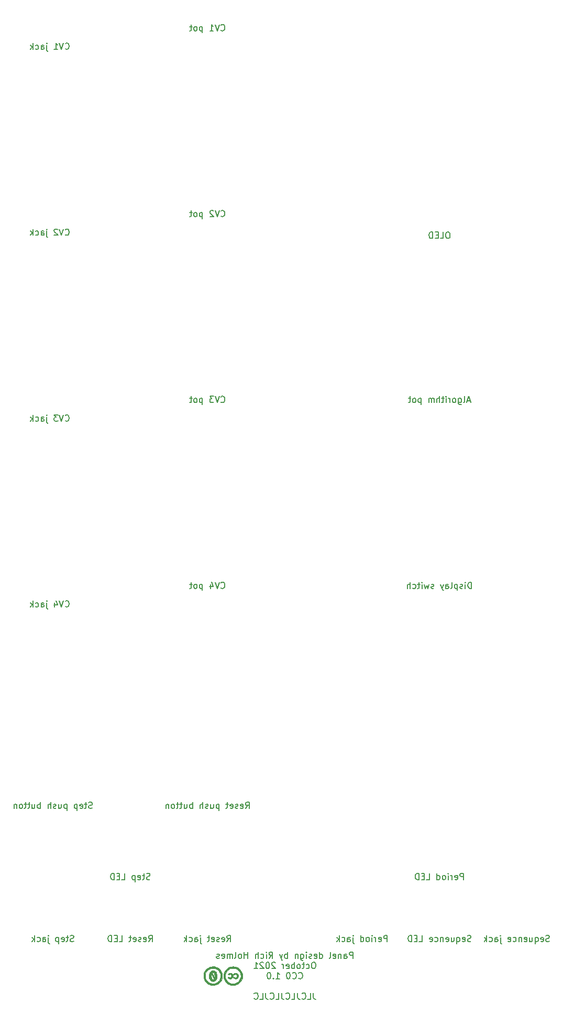
<source format=gbr>
G04 #@! TF.GenerationSoftware,KiCad,Pcbnew,5.1.12-84ad8e8a86~92~ubuntu20.04.1*
G04 #@! TF.CreationDate,2021-11-13T15:59:26-05:00*
G04 #@! TF.ProjectId,gearseq_panel,67656172-7365-4715-9f70-616e656c2e6b,rev?*
G04 #@! TF.SameCoordinates,Original*
G04 #@! TF.FileFunction,Legend,Bot*
G04 #@! TF.FilePolarity,Positive*
%FSLAX46Y46*%
G04 Gerber Fmt 4.6, Leading zero omitted, Abs format (unit mm)*
G04 Created by KiCad (PCBNEW 5.1.12-84ad8e8a86~92~ubuntu20.04.1) date 2021-11-13 15:59:26*
%MOMM*%
%LPD*%
G01*
G04 APERTURE LIST*
%ADD10C,0.150000*%
%ADD11C,0.010000*%
G04 APERTURE END LIST*
D10*
X80166666Y-127452380D02*
X80166666Y-126452380D01*
X79928571Y-126452380D01*
X79785714Y-126500000D01*
X79690476Y-126595238D01*
X79642857Y-126690476D01*
X79595238Y-126880952D01*
X79595238Y-127023809D01*
X79642857Y-127214285D01*
X79690476Y-127309523D01*
X79785714Y-127404761D01*
X79928571Y-127452380D01*
X80166666Y-127452380D01*
X79166666Y-127452380D02*
X79166666Y-126785714D01*
X79166666Y-126452380D02*
X79214285Y-126500000D01*
X79166666Y-126547619D01*
X79119047Y-126500000D01*
X79166666Y-126452380D01*
X79166666Y-126547619D01*
X78738095Y-127404761D02*
X78642857Y-127452380D01*
X78452380Y-127452380D01*
X78357142Y-127404761D01*
X78309523Y-127309523D01*
X78309523Y-127261904D01*
X78357142Y-127166666D01*
X78452380Y-127119047D01*
X78595238Y-127119047D01*
X78690476Y-127071428D01*
X78738095Y-126976190D01*
X78738095Y-126928571D01*
X78690476Y-126833333D01*
X78595238Y-126785714D01*
X78452380Y-126785714D01*
X78357142Y-126833333D01*
X77880952Y-126785714D02*
X77880952Y-127785714D01*
X77880952Y-126833333D02*
X77785714Y-126785714D01*
X77595238Y-126785714D01*
X77500000Y-126833333D01*
X77452380Y-126880952D01*
X77404761Y-126976190D01*
X77404761Y-127261904D01*
X77452380Y-127357142D01*
X77500000Y-127404761D01*
X77595238Y-127452380D01*
X77785714Y-127452380D01*
X77880952Y-127404761D01*
X76833333Y-127452380D02*
X76928571Y-127404761D01*
X76976190Y-127309523D01*
X76976190Y-126452380D01*
X76023809Y-127452380D02*
X76023809Y-126928571D01*
X76071428Y-126833333D01*
X76166666Y-126785714D01*
X76357142Y-126785714D01*
X76452380Y-126833333D01*
X76023809Y-127404761D02*
X76119047Y-127452380D01*
X76357142Y-127452380D01*
X76452380Y-127404761D01*
X76500000Y-127309523D01*
X76500000Y-127214285D01*
X76452380Y-127119047D01*
X76357142Y-127071428D01*
X76119047Y-127071428D01*
X76023809Y-127023809D01*
X75642857Y-126785714D02*
X75404761Y-127452380D01*
X75166666Y-126785714D02*
X75404761Y-127452380D01*
X75500000Y-127690476D01*
X75547619Y-127738095D01*
X75642857Y-127785714D01*
X74071428Y-127404761D02*
X73976190Y-127452380D01*
X73785714Y-127452380D01*
X73690476Y-127404761D01*
X73642857Y-127309523D01*
X73642857Y-127261904D01*
X73690476Y-127166666D01*
X73785714Y-127119047D01*
X73928571Y-127119047D01*
X74023809Y-127071428D01*
X74071428Y-126976190D01*
X74071428Y-126928571D01*
X74023809Y-126833333D01*
X73928571Y-126785714D01*
X73785714Y-126785714D01*
X73690476Y-126833333D01*
X73309523Y-126785714D02*
X73119047Y-127452380D01*
X72928571Y-126976190D01*
X72738095Y-127452380D01*
X72547619Y-126785714D01*
X72166666Y-127452380D02*
X72166666Y-126785714D01*
X72166666Y-126452380D02*
X72214285Y-126500000D01*
X72166666Y-126547619D01*
X72119047Y-126500000D01*
X72166666Y-126452380D01*
X72166666Y-126547619D01*
X71833333Y-126785714D02*
X71452380Y-126785714D01*
X71690476Y-126452380D02*
X71690476Y-127309523D01*
X71642857Y-127404761D01*
X71547619Y-127452380D01*
X71452380Y-127452380D01*
X70690476Y-127404761D02*
X70785714Y-127452380D01*
X70976190Y-127452380D01*
X71071428Y-127404761D01*
X71119047Y-127357142D01*
X71166666Y-127261904D01*
X71166666Y-126976190D01*
X71119047Y-126880952D01*
X71071428Y-126833333D01*
X70976190Y-126785714D01*
X70785714Y-126785714D01*
X70690476Y-126833333D01*
X70261904Y-127452380D02*
X70261904Y-126452380D01*
X69833333Y-127452380D02*
X69833333Y-126928571D01*
X69880952Y-126833333D01*
X69976190Y-126785714D01*
X70119047Y-126785714D01*
X70214285Y-126833333D01*
X70261904Y-126880952D01*
X79928571Y-97166666D02*
X79452380Y-97166666D01*
X80023809Y-97452380D02*
X79690476Y-96452380D01*
X79357142Y-97452380D01*
X78880952Y-97452380D02*
X78976190Y-97404761D01*
X79023809Y-97309523D01*
X79023809Y-96452380D01*
X78071428Y-96785714D02*
X78071428Y-97595238D01*
X78119047Y-97690476D01*
X78166666Y-97738095D01*
X78261904Y-97785714D01*
X78404761Y-97785714D01*
X78500000Y-97738095D01*
X78071428Y-97404761D02*
X78166666Y-97452380D01*
X78357142Y-97452380D01*
X78452380Y-97404761D01*
X78500000Y-97357142D01*
X78547619Y-97261904D01*
X78547619Y-96976190D01*
X78500000Y-96880952D01*
X78452380Y-96833333D01*
X78357142Y-96785714D01*
X78166666Y-96785714D01*
X78071428Y-96833333D01*
X77452380Y-97452380D02*
X77547619Y-97404761D01*
X77595238Y-97357142D01*
X77642857Y-97261904D01*
X77642857Y-96976190D01*
X77595238Y-96880952D01*
X77547619Y-96833333D01*
X77452380Y-96785714D01*
X77309523Y-96785714D01*
X77214285Y-96833333D01*
X77166666Y-96880952D01*
X77119047Y-96976190D01*
X77119047Y-97261904D01*
X77166666Y-97357142D01*
X77214285Y-97404761D01*
X77309523Y-97452380D01*
X77452380Y-97452380D01*
X76690476Y-97452380D02*
X76690476Y-96785714D01*
X76690476Y-96976190D02*
X76642857Y-96880952D01*
X76595238Y-96833333D01*
X76500000Y-96785714D01*
X76404761Y-96785714D01*
X76071428Y-97452380D02*
X76071428Y-96785714D01*
X76071428Y-96452380D02*
X76119047Y-96500000D01*
X76071428Y-96547619D01*
X76023809Y-96500000D01*
X76071428Y-96452380D01*
X76071428Y-96547619D01*
X75738095Y-96785714D02*
X75357142Y-96785714D01*
X75595238Y-96452380D02*
X75595238Y-97309523D01*
X75547619Y-97404761D01*
X75452380Y-97452380D01*
X75357142Y-97452380D01*
X75023809Y-97452380D02*
X75023809Y-96452380D01*
X74595238Y-97452380D02*
X74595238Y-96928571D01*
X74642857Y-96833333D01*
X74738095Y-96785714D01*
X74880952Y-96785714D01*
X74976190Y-96833333D01*
X75023809Y-96880952D01*
X74119047Y-97452380D02*
X74119047Y-96785714D01*
X74119047Y-96880952D02*
X74071428Y-96833333D01*
X73976190Y-96785714D01*
X73833333Y-96785714D01*
X73738095Y-96833333D01*
X73690476Y-96928571D01*
X73690476Y-97452380D01*
X73690476Y-96928571D02*
X73642857Y-96833333D01*
X73547619Y-96785714D01*
X73404761Y-96785714D01*
X73309523Y-96833333D01*
X73261904Y-96928571D01*
X73261904Y-97452380D01*
X72023809Y-96785714D02*
X72023809Y-97785714D01*
X72023809Y-96833333D02*
X71928571Y-96785714D01*
X71738095Y-96785714D01*
X71642857Y-96833333D01*
X71595238Y-96880952D01*
X71547619Y-96976190D01*
X71547619Y-97261904D01*
X71595238Y-97357142D01*
X71642857Y-97404761D01*
X71738095Y-97452380D01*
X71928571Y-97452380D01*
X72023809Y-97404761D01*
X70976190Y-97452380D02*
X71071428Y-97404761D01*
X71119047Y-97357142D01*
X71166666Y-97261904D01*
X71166666Y-96976190D01*
X71119047Y-96880952D01*
X71071428Y-96833333D01*
X70976190Y-96785714D01*
X70833333Y-96785714D01*
X70738095Y-96833333D01*
X70690476Y-96880952D01*
X70642857Y-96976190D01*
X70642857Y-97261904D01*
X70690476Y-97357142D01*
X70738095Y-97404761D01*
X70833333Y-97452380D01*
X70976190Y-97452380D01*
X70357142Y-96785714D02*
X69976190Y-96785714D01*
X70214285Y-96452380D02*
X70214285Y-97309523D01*
X70166666Y-97404761D01*
X70071428Y-97452380D01*
X69976190Y-97452380D01*
X28190476Y-174404761D02*
X28047619Y-174452380D01*
X27809523Y-174452380D01*
X27714285Y-174404761D01*
X27666666Y-174357142D01*
X27619047Y-174261904D01*
X27619047Y-174166666D01*
X27666666Y-174071428D01*
X27714285Y-174023809D01*
X27809523Y-173976190D01*
X28000000Y-173928571D01*
X28095238Y-173880952D01*
X28142857Y-173833333D01*
X28190476Y-173738095D01*
X28190476Y-173642857D01*
X28142857Y-173547619D01*
X28095238Y-173500000D01*
X28000000Y-173452380D01*
X27761904Y-173452380D01*
X27619047Y-173500000D01*
X27333333Y-173785714D02*
X26952380Y-173785714D01*
X27190476Y-173452380D02*
X27190476Y-174309523D01*
X27142857Y-174404761D01*
X27047619Y-174452380D01*
X26952380Y-174452380D01*
X26238095Y-174404761D02*
X26333333Y-174452380D01*
X26523809Y-174452380D01*
X26619047Y-174404761D01*
X26666666Y-174309523D01*
X26666666Y-173928571D01*
X26619047Y-173833333D01*
X26523809Y-173785714D01*
X26333333Y-173785714D01*
X26238095Y-173833333D01*
X26190476Y-173928571D01*
X26190476Y-174023809D01*
X26666666Y-174119047D01*
X25761904Y-173785714D02*
X25761904Y-174785714D01*
X25761904Y-173833333D02*
X25666666Y-173785714D01*
X25476190Y-173785714D01*
X25380952Y-173833333D01*
X25333333Y-173880952D01*
X25285714Y-173976190D01*
X25285714Y-174261904D01*
X25333333Y-174357142D01*
X25380952Y-174404761D01*
X25476190Y-174452380D01*
X25666666Y-174452380D01*
X25761904Y-174404761D01*
X23619047Y-174452380D02*
X24095238Y-174452380D01*
X24095238Y-173452380D01*
X23285714Y-173928571D02*
X22952380Y-173928571D01*
X22809523Y-174452380D02*
X23285714Y-174452380D01*
X23285714Y-173452380D01*
X22809523Y-173452380D01*
X22380952Y-174452380D02*
X22380952Y-173452380D01*
X22142857Y-173452380D01*
X22000000Y-173500000D01*
X21904761Y-173595238D01*
X21857142Y-173690476D01*
X21809523Y-173880952D01*
X21809523Y-174023809D01*
X21857142Y-174214285D01*
X21904761Y-174309523D01*
X22000000Y-174404761D01*
X22142857Y-174452380D01*
X22380952Y-174452380D01*
X27976190Y-184452380D02*
X28309523Y-183976190D01*
X28547619Y-184452380D02*
X28547619Y-183452380D01*
X28166666Y-183452380D01*
X28071428Y-183500000D01*
X28023809Y-183547619D01*
X27976190Y-183642857D01*
X27976190Y-183785714D01*
X28023809Y-183880952D01*
X28071428Y-183928571D01*
X28166666Y-183976190D01*
X28547619Y-183976190D01*
X27166666Y-184404761D02*
X27261904Y-184452380D01*
X27452380Y-184452380D01*
X27547619Y-184404761D01*
X27595238Y-184309523D01*
X27595238Y-183928571D01*
X27547619Y-183833333D01*
X27452380Y-183785714D01*
X27261904Y-183785714D01*
X27166666Y-183833333D01*
X27119047Y-183928571D01*
X27119047Y-184023809D01*
X27595238Y-184119047D01*
X26738095Y-184404761D02*
X26642857Y-184452380D01*
X26452380Y-184452380D01*
X26357142Y-184404761D01*
X26309523Y-184309523D01*
X26309523Y-184261904D01*
X26357142Y-184166666D01*
X26452380Y-184119047D01*
X26595238Y-184119047D01*
X26690476Y-184071428D01*
X26738095Y-183976190D01*
X26738095Y-183928571D01*
X26690476Y-183833333D01*
X26595238Y-183785714D01*
X26452380Y-183785714D01*
X26357142Y-183833333D01*
X25500000Y-184404761D02*
X25595238Y-184452380D01*
X25785714Y-184452380D01*
X25880952Y-184404761D01*
X25928571Y-184309523D01*
X25928571Y-183928571D01*
X25880952Y-183833333D01*
X25785714Y-183785714D01*
X25595238Y-183785714D01*
X25500000Y-183833333D01*
X25452380Y-183928571D01*
X25452380Y-184023809D01*
X25928571Y-184119047D01*
X25166666Y-183785714D02*
X24785714Y-183785714D01*
X25023809Y-183452380D02*
X25023809Y-184309523D01*
X24976190Y-184404761D01*
X24880952Y-184452380D01*
X24785714Y-184452380D01*
X23214285Y-184452380D02*
X23690476Y-184452380D01*
X23690476Y-183452380D01*
X22880952Y-183928571D02*
X22547619Y-183928571D01*
X22404761Y-184452380D02*
X22880952Y-184452380D01*
X22880952Y-183452380D01*
X22404761Y-183452380D01*
X21976190Y-184452380D02*
X21976190Y-183452380D01*
X21738095Y-183452380D01*
X21595238Y-183500000D01*
X21500000Y-183595238D01*
X21452380Y-183690476D01*
X21404761Y-183880952D01*
X21404761Y-184023809D01*
X21452380Y-184214285D01*
X21500000Y-184309523D01*
X21595238Y-184404761D01*
X21738095Y-184452380D01*
X21976190Y-184452380D01*
X78880952Y-174452380D02*
X78880952Y-173452380D01*
X78500000Y-173452380D01*
X78404761Y-173500000D01*
X78357142Y-173547619D01*
X78309523Y-173642857D01*
X78309523Y-173785714D01*
X78357142Y-173880952D01*
X78404761Y-173928571D01*
X78500000Y-173976190D01*
X78880952Y-173976190D01*
X77500000Y-174404761D02*
X77595238Y-174452380D01*
X77785714Y-174452380D01*
X77880952Y-174404761D01*
X77928571Y-174309523D01*
X77928571Y-173928571D01*
X77880952Y-173833333D01*
X77785714Y-173785714D01*
X77595238Y-173785714D01*
X77500000Y-173833333D01*
X77452380Y-173928571D01*
X77452380Y-174023809D01*
X77928571Y-174119047D01*
X77023809Y-174452380D02*
X77023809Y-173785714D01*
X77023809Y-173976190D02*
X76976190Y-173880952D01*
X76928571Y-173833333D01*
X76833333Y-173785714D01*
X76738095Y-173785714D01*
X76404761Y-174452380D02*
X76404761Y-173785714D01*
X76404761Y-173452380D02*
X76452380Y-173500000D01*
X76404761Y-173547619D01*
X76357142Y-173500000D01*
X76404761Y-173452380D01*
X76404761Y-173547619D01*
X75785714Y-174452380D02*
X75880952Y-174404761D01*
X75928571Y-174357142D01*
X75976190Y-174261904D01*
X75976190Y-173976190D01*
X75928571Y-173880952D01*
X75880952Y-173833333D01*
X75785714Y-173785714D01*
X75642857Y-173785714D01*
X75547619Y-173833333D01*
X75500000Y-173880952D01*
X75452380Y-173976190D01*
X75452380Y-174261904D01*
X75500000Y-174357142D01*
X75547619Y-174404761D01*
X75642857Y-174452380D01*
X75785714Y-174452380D01*
X74595238Y-174452380D02*
X74595238Y-173452380D01*
X74595238Y-174404761D02*
X74690476Y-174452380D01*
X74880952Y-174452380D01*
X74976190Y-174404761D01*
X75023809Y-174357142D01*
X75071428Y-174261904D01*
X75071428Y-173976190D01*
X75023809Y-173880952D01*
X74976190Y-173833333D01*
X74880952Y-173785714D01*
X74690476Y-173785714D01*
X74595238Y-173833333D01*
X72880952Y-174452380D02*
X73357142Y-174452380D01*
X73357142Y-173452380D01*
X72547619Y-173928571D02*
X72214285Y-173928571D01*
X72071428Y-174452380D02*
X72547619Y-174452380D01*
X72547619Y-173452380D01*
X72071428Y-173452380D01*
X71642857Y-174452380D02*
X71642857Y-173452380D01*
X71404761Y-173452380D01*
X71261904Y-173500000D01*
X71166666Y-173595238D01*
X71119047Y-173690476D01*
X71071428Y-173880952D01*
X71071428Y-174023809D01*
X71119047Y-174214285D01*
X71166666Y-174309523D01*
X71261904Y-174404761D01*
X71404761Y-174452380D01*
X71642857Y-174452380D01*
X80095238Y-184404761D02*
X79952380Y-184452380D01*
X79714285Y-184452380D01*
X79619047Y-184404761D01*
X79571428Y-184357142D01*
X79523809Y-184261904D01*
X79523809Y-184166666D01*
X79571428Y-184071428D01*
X79619047Y-184023809D01*
X79714285Y-183976190D01*
X79904761Y-183928571D01*
X80000000Y-183880952D01*
X80047619Y-183833333D01*
X80095238Y-183738095D01*
X80095238Y-183642857D01*
X80047619Y-183547619D01*
X80000000Y-183500000D01*
X79904761Y-183452380D01*
X79666666Y-183452380D01*
X79523809Y-183500000D01*
X78714285Y-184404761D02*
X78809523Y-184452380D01*
X79000000Y-184452380D01*
X79095238Y-184404761D01*
X79142857Y-184309523D01*
X79142857Y-183928571D01*
X79095238Y-183833333D01*
X79000000Y-183785714D01*
X78809523Y-183785714D01*
X78714285Y-183833333D01*
X78666666Y-183928571D01*
X78666666Y-184023809D01*
X79142857Y-184119047D01*
X77809523Y-183785714D02*
X77809523Y-184785714D01*
X77809523Y-184404761D02*
X77904761Y-184452380D01*
X78095238Y-184452380D01*
X78190476Y-184404761D01*
X78238095Y-184357142D01*
X78285714Y-184261904D01*
X78285714Y-183976190D01*
X78238095Y-183880952D01*
X78190476Y-183833333D01*
X78095238Y-183785714D01*
X77904761Y-183785714D01*
X77809523Y-183833333D01*
X76904761Y-183785714D02*
X76904761Y-184452380D01*
X77333333Y-183785714D02*
X77333333Y-184309523D01*
X77285714Y-184404761D01*
X77190476Y-184452380D01*
X77047619Y-184452380D01*
X76952380Y-184404761D01*
X76904761Y-184357142D01*
X76047619Y-184404761D02*
X76142857Y-184452380D01*
X76333333Y-184452380D01*
X76428571Y-184404761D01*
X76476190Y-184309523D01*
X76476190Y-183928571D01*
X76428571Y-183833333D01*
X76333333Y-183785714D01*
X76142857Y-183785714D01*
X76047619Y-183833333D01*
X76000000Y-183928571D01*
X76000000Y-184023809D01*
X76476190Y-184119047D01*
X75571428Y-183785714D02*
X75571428Y-184452380D01*
X75571428Y-183880952D02*
X75523809Y-183833333D01*
X75428571Y-183785714D01*
X75285714Y-183785714D01*
X75190476Y-183833333D01*
X75142857Y-183928571D01*
X75142857Y-184452380D01*
X74238095Y-184404761D02*
X74333333Y-184452380D01*
X74523809Y-184452380D01*
X74619047Y-184404761D01*
X74666666Y-184357142D01*
X74714285Y-184261904D01*
X74714285Y-183976190D01*
X74666666Y-183880952D01*
X74619047Y-183833333D01*
X74523809Y-183785714D01*
X74333333Y-183785714D01*
X74238095Y-183833333D01*
X73428571Y-184404761D02*
X73523809Y-184452380D01*
X73714285Y-184452380D01*
X73809523Y-184404761D01*
X73857142Y-184309523D01*
X73857142Y-183928571D01*
X73809523Y-183833333D01*
X73714285Y-183785714D01*
X73523809Y-183785714D01*
X73428571Y-183833333D01*
X73380952Y-183928571D01*
X73380952Y-184023809D01*
X73857142Y-184119047D01*
X71714285Y-184452380D02*
X72190476Y-184452380D01*
X72190476Y-183452380D01*
X71380952Y-183928571D02*
X71047619Y-183928571D01*
X70904761Y-184452380D02*
X71380952Y-184452380D01*
X71380952Y-183452380D01*
X70904761Y-183452380D01*
X70476190Y-184452380D02*
X70476190Y-183452380D01*
X70238095Y-183452380D01*
X70095238Y-183500000D01*
X70000000Y-183595238D01*
X69952380Y-183690476D01*
X69904761Y-183880952D01*
X69904761Y-184023809D01*
X69952380Y-184214285D01*
X70000000Y-184309523D01*
X70095238Y-184404761D01*
X70238095Y-184452380D01*
X70476190Y-184452380D01*
X92761904Y-184404761D02*
X92619047Y-184452380D01*
X92380952Y-184452380D01*
X92285714Y-184404761D01*
X92238095Y-184357142D01*
X92190476Y-184261904D01*
X92190476Y-184166666D01*
X92238095Y-184071428D01*
X92285714Y-184023809D01*
X92380952Y-183976190D01*
X92571428Y-183928571D01*
X92666666Y-183880952D01*
X92714285Y-183833333D01*
X92761904Y-183738095D01*
X92761904Y-183642857D01*
X92714285Y-183547619D01*
X92666666Y-183500000D01*
X92571428Y-183452380D01*
X92333333Y-183452380D01*
X92190476Y-183500000D01*
X91380952Y-184404761D02*
X91476190Y-184452380D01*
X91666666Y-184452380D01*
X91761904Y-184404761D01*
X91809523Y-184309523D01*
X91809523Y-183928571D01*
X91761904Y-183833333D01*
X91666666Y-183785714D01*
X91476190Y-183785714D01*
X91380952Y-183833333D01*
X91333333Y-183928571D01*
X91333333Y-184023809D01*
X91809523Y-184119047D01*
X90476190Y-183785714D02*
X90476190Y-184785714D01*
X90476190Y-184404761D02*
X90571428Y-184452380D01*
X90761904Y-184452380D01*
X90857142Y-184404761D01*
X90904761Y-184357142D01*
X90952380Y-184261904D01*
X90952380Y-183976190D01*
X90904761Y-183880952D01*
X90857142Y-183833333D01*
X90761904Y-183785714D01*
X90571428Y-183785714D01*
X90476190Y-183833333D01*
X89571428Y-183785714D02*
X89571428Y-184452380D01*
X90000000Y-183785714D02*
X90000000Y-184309523D01*
X89952380Y-184404761D01*
X89857142Y-184452380D01*
X89714285Y-184452380D01*
X89619047Y-184404761D01*
X89571428Y-184357142D01*
X88714285Y-184404761D02*
X88809523Y-184452380D01*
X89000000Y-184452380D01*
X89095238Y-184404761D01*
X89142857Y-184309523D01*
X89142857Y-183928571D01*
X89095238Y-183833333D01*
X89000000Y-183785714D01*
X88809523Y-183785714D01*
X88714285Y-183833333D01*
X88666666Y-183928571D01*
X88666666Y-184023809D01*
X89142857Y-184119047D01*
X88238095Y-183785714D02*
X88238095Y-184452380D01*
X88238095Y-183880952D02*
X88190476Y-183833333D01*
X88095238Y-183785714D01*
X87952380Y-183785714D01*
X87857142Y-183833333D01*
X87809523Y-183928571D01*
X87809523Y-184452380D01*
X86904761Y-184404761D02*
X87000000Y-184452380D01*
X87190476Y-184452380D01*
X87285714Y-184404761D01*
X87333333Y-184357142D01*
X87380952Y-184261904D01*
X87380952Y-183976190D01*
X87333333Y-183880952D01*
X87285714Y-183833333D01*
X87190476Y-183785714D01*
X87000000Y-183785714D01*
X86904761Y-183833333D01*
X86095238Y-184404761D02*
X86190476Y-184452380D01*
X86380952Y-184452380D01*
X86476190Y-184404761D01*
X86523809Y-184309523D01*
X86523809Y-183928571D01*
X86476190Y-183833333D01*
X86380952Y-183785714D01*
X86190476Y-183785714D01*
X86095238Y-183833333D01*
X86047619Y-183928571D01*
X86047619Y-184023809D01*
X86523809Y-184119047D01*
X84857142Y-183785714D02*
X84857142Y-184642857D01*
X84904761Y-184738095D01*
X85000000Y-184785714D01*
X85047619Y-184785714D01*
X84857142Y-183452380D02*
X84904761Y-183500000D01*
X84857142Y-183547619D01*
X84809523Y-183500000D01*
X84857142Y-183452380D01*
X84857142Y-183547619D01*
X83952380Y-184452380D02*
X83952380Y-183928571D01*
X84000000Y-183833333D01*
X84095238Y-183785714D01*
X84285714Y-183785714D01*
X84380952Y-183833333D01*
X83952380Y-184404761D02*
X84047619Y-184452380D01*
X84285714Y-184452380D01*
X84380952Y-184404761D01*
X84428571Y-184309523D01*
X84428571Y-184214285D01*
X84380952Y-184119047D01*
X84285714Y-184071428D01*
X84047619Y-184071428D01*
X83952380Y-184023809D01*
X83047619Y-184404761D02*
X83142857Y-184452380D01*
X83333333Y-184452380D01*
X83428571Y-184404761D01*
X83476190Y-184357142D01*
X83523809Y-184261904D01*
X83523809Y-183976190D01*
X83476190Y-183880952D01*
X83428571Y-183833333D01*
X83333333Y-183785714D01*
X83142857Y-183785714D01*
X83047619Y-183833333D01*
X82619047Y-184452380D02*
X82619047Y-183452380D01*
X82523809Y-184071428D02*
X82238095Y-184452380D01*
X82238095Y-183785714D02*
X82619047Y-184166666D01*
X66547619Y-184452380D02*
X66547619Y-183452380D01*
X66166666Y-183452380D01*
X66071428Y-183500000D01*
X66023809Y-183547619D01*
X65976190Y-183642857D01*
X65976190Y-183785714D01*
X66023809Y-183880952D01*
X66071428Y-183928571D01*
X66166666Y-183976190D01*
X66547619Y-183976190D01*
X65166666Y-184404761D02*
X65261904Y-184452380D01*
X65452380Y-184452380D01*
X65547619Y-184404761D01*
X65595238Y-184309523D01*
X65595238Y-183928571D01*
X65547619Y-183833333D01*
X65452380Y-183785714D01*
X65261904Y-183785714D01*
X65166666Y-183833333D01*
X65119047Y-183928571D01*
X65119047Y-184023809D01*
X65595238Y-184119047D01*
X64690476Y-184452380D02*
X64690476Y-183785714D01*
X64690476Y-183976190D02*
X64642857Y-183880952D01*
X64595238Y-183833333D01*
X64500000Y-183785714D01*
X64404761Y-183785714D01*
X64071428Y-184452380D02*
X64071428Y-183785714D01*
X64071428Y-183452380D02*
X64119047Y-183500000D01*
X64071428Y-183547619D01*
X64023809Y-183500000D01*
X64071428Y-183452380D01*
X64071428Y-183547619D01*
X63452380Y-184452380D02*
X63547619Y-184404761D01*
X63595238Y-184357142D01*
X63642857Y-184261904D01*
X63642857Y-183976190D01*
X63595238Y-183880952D01*
X63547619Y-183833333D01*
X63452380Y-183785714D01*
X63309523Y-183785714D01*
X63214285Y-183833333D01*
X63166666Y-183880952D01*
X63119047Y-183976190D01*
X63119047Y-184261904D01*
X63166666Y-184357142D01*
X63214285Y-184404761D01*
X63309523Y-184452380D01*
X63452380Y-184452380D01*
X62261904Y-184452380D02*
X62261904Y-183452380D01*
X62261904Y-184404761D02*
X62357142Y-184452380D01*
X62547619Y-184452380D01*
X62642857Y-184404761D01*
X62690476Y-184357142D01*
X62738095Y-184261904D01*
X62738095Y-183976190D01*
X62690476Y-183880952D01*
X62642857Y-183833333D01*
X62547619Y-183785714D01*
X62357142Y-183785714D01*
X62261904Y-183833333D01*
X61023809Y-183785714D02*
X61023809Y-184642857D01*
X61071428Y-184738095D01*
X61166666Y-184785714D01*
X61214285Y-184785714D01*
X61023809Y-183452380D02*
X61071428Y-183500000D01*
X61023809Y-183547619D01*
X60976190Y-183500000D01*
X61023809Y-183452380D01*
X61023809Y-183547619D01*
X60119047Y-184452380D02*
X60119047Y-183928571D01*
X60166666Y-183833333D01*
X60261904Y-183785714D01*
X60452380Y-183785714D01*
X60547619Y-183833333D01*
X60119047Y-184404761D02*
X60214285Y-184452380D01*
X60452380Y-184452380D01*
X60547619Y-184404761D01*
X60595238Y-184309523D01*
X60595238Y-184214285D01*
X60547619Y-184119047D01*
X60452380Y-184071428D01*
X60214285Y-184071428D01*
X60119047Y-184023809D01*
X59214285Y-184404761D02*
X59309523Y-184452380D01*
X59500000Y-184452380D01*
X59595238Y-184404761D01*
X59642857Y-184357142D01*
X59690476Y-184261904D01*
X59690476Y-183976190D01*
X59642857Y-183880952D01*
X59595238Y-183833333D01*
X59500000Y-183785714D01*
X59309523Y-183785714D01*
X59214285Y-183833333D01*
X58785714Y-184452380D02*
X58785714Y-183452380D01*
X58690476Y-184071428D02*
X58404761Y-184452380D01*
X58404761Y-183785714D02*
X58785714Y-184166666D01*
X40642857Y-184452380D02*
X40976190Y-183976190D01*
X41214285Y-184452380D02*
X41214285Y-183452380D01*
X40833333Y-183452380D01*
X40738095Y-183500000D01*
X40690476Y-183547619D01*
X40642857Y-183642857D01*
X40642857Y-183785714D01*
X40690476Y-183880952D01*
X40738095Y-183928571D01*
X40833333Y-183976190D01*
X41214285Y-183976190D01*
X39833333Y-184404761D02*
X39928571Y-184452380D01*
X40119047Y-184452380D01*
X40214285Y-184404761D01*
X40261904Y-184309523D01*
X40261904Y-183928571D01*
X40214285Y-183833333D01*
X40119047Y-183785714D01*
X39928571Y-183785714D01*
X39833333Y-183833333D01*
X39785714Y-183928571D01*
X39785714Y-184023809D01*
X40261904Y-184119047D01*
X39404761Y-184404761D02*
X39309523Y-184452380D01*
X39119047Y-184452380D01*
X39023809Y-184404761D01*
X38976190Y-184309523D01*
X38976190Y-184261904D01*
X39023809Y-184166666D01*
X39119047Y-184119047D01*
X39261904Y-184119047D01*
X39357142Y-184071428D01*
X39404761Y-183976190D01*
X39404761Y-183928571D01*
X39357142Y-183833333D01*
X39261904Y-183785714D01*
X39119047Y-183785714D01*
X39023809Y-183833333D01*
X38166666Y-184404761D02*
X38261904Y-184452380D01*
X38452380Y-184452380D01*
X38547619Y-184404761D01*
X38595238Y-184309523D01*
X38595238Y-183928571D01*
X38547619Y-183833333D01*
X38452380Y-183785714D01*
X38261904Y-183785714D01*
X38166666Y-183833333D01*
X38119047Y-183928571D01*
X38119047Y-184023809D01*
X38595238Y-184119047D01*
X37833333Y-183785714D02*
X37452380Y-183785714D01*
X37690476Y-183452380D02*
X37690476Y-184309523D01*
X37642857Y-184404761D01*
X37547619Y-184452380D01*
X37452380Y-184452380D01*
X36357142Y-183785714D02*
X36357142Y-184642857D01*
X36404761Y-184738095D01*
X36500000Y-184785714D01*
X36547619Y-184785714D01*
X36357142Y-183452380D02*
X36404761Y-183500000D01*
X36357142Y-183547619D01*
X36309523Y-183500000D01*
X36357142Y-183452380D01*
X36357142Y-183547619D01*
X35452380Y-184452380D02*
X35452380Y-183928571D01*
X35500000Y-183833333D01*
X35595238Y-183785714D01*
X35785714Y-183785714D01*
X35880952Y-183833333D01*
X35452380Y-184404761D02*
X35547619Y-184452380D01*
X35785714Y-184452380D01*
X35880952Y-184404761D01*
X35928571Y-184309523D01*
X35928571Y-184214285D01*
X35880952Y-184119047D01*
X35785714Y-184071428D01*
X35547619Y-184071428D01*
X35452380Y-184023809D01*
X34547619Y-184404761D02*
X34642857Y-184452380D01*
X34833333Y-184452380D01*
X34928571Y-184404761D01*
X34976190Y-184357142D01*
X35023809Y-184261904D01*
X35023809Y-183976190D01*
X34976190Y-183880952D01*
X34928571Y-183833333D01*
X34833333Y-183785714D01*
X34642857Y-183785714D01*
X34547619Y-183833333D01*
X34119047Y-184452380D02*
X34119047Y-183452380D01*
X34023809Y-184071428D02*
X33738095Y-184452380D01*
X33738095Y-183785714D02*
X34119047Y-184166666D01*
X15857142Y-184404761D02*
X15714285Y-184452380D01*
X15476190Y-184452380D01*
X15380952Y-184404761D01*
X15333333Y-184357142D01*
X15285714Y-184261904D01*
X15285714Y-184166666D01*
X15333333Y-184071428D01*
X15380952Y-184023809D01*
X15476190Y-183976190D01*
X15666666Y-183928571D01*
X15761904Y-183880952D01*
X15809523Y-183833333D01*
X15857142Y-183738095D01*
X15857142Y-183642857D01*
X15809523Y-183547619D01*
X15761904Y-183500000D01*
X15666666Y-183452380D01*
X15428571Y-183452380D01*
X15285714Y-183500000D01*
X15000000Y-183785714D02*
X14619047Y-183785714D01*
X14857142Y-183452380D02*
X14857142Y-184309523D01*
X14809523Y-184404761D01*
X14714285Y-184452380D01*
X14619047Y-184452380D01*
X13904761Y-184404761D02*
X14000000Y-184452380D01*
X14190476Y-184452380D01*
X14285714Y-184404761D01*
X14333333Y-184309523D01*
X14333333Y-183928571D01*
X14285714Y-183833333D01*
X14190476Y-183785714D01*
X14000000Y-183785714D01*
X13904761Y-183833333D01*
X13857142Y-183928571D01*
X13857142Y-184023809D01*
X14333333Y-184119047D01*
X13428571Y-183785714D02*
X13428571Y-184785714D01*
X13428571Y-183833333D02*
X13333333Y-183785714D01*
X13142857Y-183785714D01*
X13047619Y-183833333D01*
X12999999Y-183880952D01*
X12952380Y-183976190D01*
X12952380Y-184261904D01*
X12999999Y-184357142D01*
X13047619Y-184404761D01*
X13142857Y-184452380D01*
X13333333Y-184452380D01*
X13428571Y-184404761D01*
X11761904Y-183785714D02*
X11761904Y-184642857D01*
X11809523Y-184738095D01*
X11904761Y-184785714D01*
X11952380Y-184785714D01*
X11761904Y-183452380D02*
X11809523Y-183500000D01*
X11761904Y-183547619D01*
X11714285Y-183500000D01*
X11761904Y-183452380D01*
X11761904Y-183547619D01*
X10857142Y-184452380D02*
X10857142Y-183928571D01*
X10904761Y-183833333D01*
X10999999Y-183785714D01*
X11190476Y-183785714D01*
X11285714Y-183833333D01*
X10857142Y-184404761D02*
X10952380Y-184452380D01*
X11190476Y-184452380D01*
X11285714Y-184404761D01*
X11333333Y-184309523D01*
X11333333Y-184214285D01*
X11285714Y-184119047D01*
X11190476Y-184071428D01*
X10952380Y-184071428D01*
X10857142Y-184023809D01*
X9952380Y-184404761D02*
X10047619Y-184452380D01*
X10238095Y-184452380D01*
X10333333Y-184404761D01*
X10380952Y-184357142D01*
X10428571Y-184261904D01*
X10428571Y-183976190D01*
X10380952Y-183880952D01*
X10333333Y-183833333D01*
X10238095Y-183785714D01*
X10047619Y-183785714D01*
X9952380Y-183833333D01*
X9523809Y-184452380D02*
X9523809Y-183452380D01*
X9428571Y-184071428D02*
X9142857Y-184452380D01*
X9142857Y-183785714D02*
X9523809Y-184166666D01*
X43642857Y-162952380D02*
X43976190Y-162476190D01*
X44214285Y-162952380D02*
X44214285Y-161952380D01*
X43833333Y-161952380D01*
X43738095Y-162000000D01*
X43690476Y-162047619D01*
X43642857Y-162142857D01*
X43642857Y-162285714D01*
X43690476Y-162380952D01*
X43738095Y-162428571D01*
X43833333Y-162476190D01*
X44214285Y-162476190D01*
X42833333Y-162904761D02*
X42928571Y-162952380D01*
X43119047Y-162952380D01*
X43214285Y-162904761D01*
X43261904Y-162809523D01*
X43261904Y-162428571D01*
X43214285Y-162333333D01*
X43119047Y-162285714D01*
X42928571Y-162285714D01*
X42833333Y-162333333D01*
X42785714Y-162428571D01*
X42785714Y-162523809D01*
X43261904Y-162619047D01*
X42404761Y-162904761D02*
X42309523Y-162952380D01*
X42119047Y-162952380D01*
X42023809Y-162904761D01*
X41976190Y-162809523D01*
X41976190Y-162761904D01*
X42023809Y-162666666D01*
X42119047Y-162619047D01*
X42261904Y-162619047D01*
X42357142Y-162571428D01*
X42404761Y-162476190D01*
X42404761Y-162428571D01*
X42357142Y-162333333D01*
X42261904Y-162285714D01*
X42119047Y-162285714D01*
X42023809Y-162333333D01*
X41166666Y-162904761D02*
X41261904Y-162952380D01*
X41452380Y-162952380D01*
X41547619Y-162904761D01*
X41595238Y-162809523D01*
X41595238Y-162428571D01*
X41547619Y-162333333D01*
X41452380Y-162285714D01*
X41261904Y-162285714D01*
X41166666Y-162333333D01*
X41119047Y-162428571D01*
X41119047Y-162523809D01*
X41595238Y-162619047D01*
X40833333Y-162285714D02*
X40452380Y-162285714D01*
X40690476Y-161952380D02*
X40690476Y-162809523D01*
X40642857Y-162904761D01*
X40547619Y-162952380D01*
X40452380Y-162952380D01*
X39357142Y-162285714D02*
X39357142Y-163285714D01*
X39357142Y-162333333D02*
X39261904Y-162285714D01*
X39071428Y-162285714D01*
X38976190Y-162333333D01*
X38928571Y-162380952D01*
X38880952Y-162476190D01*
X38880952Y-162761904D01*
X38928571Y-162857142D01*
X38976190Y-162904761D01*
X39071428Y-162952380D01*
X39261904Y-162952380D01*
X39357142Y-162904761D01*
X38023809Y-162285714D02*
X38023809Y-162952380D01*
X38452380Y-162285714D02*
X38452380Y-162809523D01*
X38404761Y-162904761D01*
X38309523Y-162952380D01*
X38166666Y-162952380D01*
X38071428Y-162904761D01*
X38023809Y-162857142D01*
X37595238Y-162904761D02*
X37500000Y-162952380D01*
X37309523Y-162952380D01*
X37214285Y-162904761D01*
X37166666Y-162809523D01*
X37166666Y-162761904D01*
X37214285Y-162666666D01*
X37309523Y-162619047D01*
X37452380Y-162619047D01*
X37547619Y-162571428D01*
X37595238Y-162476190D01*
X37595238Y-162428571D01*
X37547619Y-162333333D01*
X37452380Y-162285714D01*
X37309523Y-162285714D01*
X37214285Y-162333333D01*
X36738095Y-162952380D02*
X36738095Y-161952380D01*
X36309523Y-162952380D02*
X36309523Y-162428571D01*
X36357142Y-162333333D01*
X36452380Y-162285714D01*
X36595238Y-162285714D01*
X36690476Y-162333333D01*
X36738095Y-162380952D01*
X35071428Y-162952380D02*
X35071428Y-161952380D01*
X35071428Y-162333333D02*
X34976190Y-162285714D01*
X34785714Y-162285714D01*
X34690476Y-162333333D01*
X34642857Y-162380952D01*
X34595238Y-162476190D01*
X34595238Y-162761904D01*
X34642857Y-162857142D01*
X34690476Y-162904761D01*
X34785714Y-162952380D01*
X34976190Y-162952380D01*
X35071428Y-162904761D01*
X33738095Y-162285714D02*
X33738095Y-162952380D01*
X34166666Y-162285714D02*
X34166666Y-162809523D01*
X34119047Y-162904761D01*
X34023809Y-162952380D01*
X33880952Y-162952380D01*
X33785714Y-162904761D01*
X33738095Y-162857142D01*
X33404761Y-162285714D02*
X33023809Y-162285714D01*
X33261904Y-161952380D02*
X33261904Y-162809523D01*
X33214285Y-162904761D01*
X33119047Y-162952380D01*
X33023809Y-162952380D01*
X32833333Y-162285714D02*
X32452380Y-162285714D01*
X32690476Y-161952380D02*
X32690476Y-162809523D01*
X32642857Y-162904761D01*
X32547619Y-162952380D01*
X32452380Y-162952380D01*
X31976190Y-162952380D02*
X32071428Y-162904761D01*
X32119047Y-162857142D01*
X32166666Y-162761904D01*
X32166666Y-162476190D01*
X32119047Y-162380952D01*
X32071428Y-162333333D01*
X31976190Y-162285714D01*
X31833333Y-162285714D01*
X31738095Y-162333333D01*
X31690476Y-162380952D01*
X31642857Y-162476190D01*
X31642857Y-162761904D01*
X31690476Y-162857142D01*
X31738095Y-162904761D01*
X31833333Y-162952380D01*
X31976190Y-162952380D01*
X31214285Y-162285714D02*
X31214285Y-162952380D01*
X31214285Y-162380952D02*
X31166666Y-162333333D01*
X31071428Y-162285714D01*
X30928571Y-162285714D01*
X30833333Y-162333333D01*
X30785714Y-162428571D01*
X30785714Y-162952380D01*
X18857142Y-162904761D02*
X18714285Y-162952380D01*
X18476190Y-162952380D01*
X18380952Y-162904761D01*
X18333333Y-162857142D01*
X18285714Y-162761904D01*
X18285714Y-162666666D01*
X18333333Y-162571428D01*
X18380952Y-162523809D01*
X18476190Y-162476190D01*
X18666666Y-162428571D01*
X18761904Y-162380952D01*
X18809523Y-162333333D01*
X18857142Y-162238095D01*
X18857142Y-162142857D01*
X18809523Y-162047619D01*
X18761904Y-162000000D01*
X18666666Y-161952380D01*
X18428571Y-161952380D01*
X18285714Y-162000000D01*
X18000000Y-162285714D02*
X17619047Y-162285714D01*
X17857142Y-161952380D02*
X17857142Y-162809523D01*
X17809523Y-162904761D01*
X17714285Y-162952380D01*
X17619047Y-162952380D01*
X16904761Y-162904761D02*
X17000000Y-162952380D01*
X17190476Y-162952380D01*
X17285714Y-162904761D01*
X17333333Y-162809523D01*
X17333333Y-162428571D01*
X17285714Y-162333333D01*
X17190476Y-162285714D01*
X17000000Y-162285714D01*
X16904761Y-162333333D01*
X16857142Y-162428571D01*
X16857142Y-162523809D01*
X17333333Y-162619047D01*
X16428571Y-162285714D02*
X16428571Y-163285714D01*
X16428571Y-162333333D02*
X16333333Y-162285714D01*
X16142857Y-162285714D01*
X16047619Y-162333333D01*
X16000000Y-162380952D01*
X15952380Y-162476190D01*
X15952380Y-162761904D01*
X16000000Y-162857142D01*
X16047619Y-162904761D01*
X16142857Y-162952380D01*
X16333333Y-162952380D01*
X16428571Y-162904761D01*
X14761904Y-162285714D02*
X14761904Y-163285714D01*
X14761904Y-162333333D02*
X14666666Y-162285714D01*
X14476190Y-162285714D01*
X14380952Y-162333333D01*
X14333333Y-162380952D01*
X14285714Y-162476190D01*
X14285714Y-162761904D01*
X14333333Y-162857142D01*
X14380952Y-162904761D01*
X14476190Y-162952380D01*
X14666666Y-162952380D01*
X14761904Y-162904761D01*
X13428571Y-162285714D02*
X13428571Y-162952380D01*
X13857142Y-162285714D02*
X13857142Y-162809523D01*
X13809523Y-162904761D01*
X13714285Y-162952380D01*
X13571428Y-162952380D01*
X13476190Y-162904761D01*
X13428571Y-162857142D01*
X13000000Y-162904761D02*
X12904761Y-162952380D01*
X12714285Y-162952380D01*
X12619047Y-162904761D01*
X12571428Y-162809523D01*
X12571428Y-162761904D01*
X12619047Y-162666666D01*
X12714285Y-162619047D01*
X12857142Y-162619047D01*
X12952380Y-162571428D01*
X13000000Y-162476190D01*
X13000000Y-162428571D01*
X12952380Y-162333333D01*
X12857142Y-162285714D01*
X12714285Y-162285714D01*
X12619047Y-162333333D01*
X12142857Y-162952380D02*
X12142857Y-161952380D01*
X11714285Y-162952380D02*
X11714285Y-162428571D01*
X11761904Y-162333333D01*
X11857142Y-162285714D01*
X12000000Y-162285714D01*
X12095238Y-162333333D01*
X12142857Y-162380952D01*
X10476190Y-162952380D02*
X10476190Y-161952380D01*
X10476190Y-162333333D02*
X10380952Y-162285714D01*
X10190476Y-162285714D01*
X10095238Y-162333333D01*
X10047619Y-162380952D01*
X10000000Y-162476190D01*
X10000000Y-162761904D01*
X10047619Y-162857142D01*
X10095238Y-162904761D01*
X10190476Y-162952380D01*
X10380952Y-162952380D01*
X10476190Y-162904761D01*
X9142857Y-162285714D02*
X9142857Y-162952380D01*
X9571428Y-162285714D02*
X9571428Y-162809523D01*
X9523809Y-162904761D01*
X9428571Y-162952380D01*
X9285714Y-162952380D01*
X9190476Y-162904761D01*
X9142857Y-162857142D01*
X8809523Y-162285714D02*
X8428571Y-162285714D01*
X8666666Y-161952380D02*
X8666666Y-162809523D01*
X8619047Y-162904761D01*
X8523809Y-162952380D01*
X8428571Y-162952380D01*
X8238095Y-162285714D02*
X7857142Y-162285714D01*
X8095238Y-161952380D02*
X8095238Y-162809523D01*
X8047619Y-162904761D01*
X7952380Y-162952380D01*
X7857142Y-162952380D01*
X7380952Y-162952380D02*
X7476190Y-162904761D01*
X7523809Y-162857142D01*
X7571428Y-162761904D01*
X7571428Y-162476190D01*
X7523809Y-162380952D01*
X7476190Y-162333333D01*
X7380952Y-162285714D01*
X7238095Y-162285714D01*
X7142857Y-162333333D01*
X7095238Y-162380952D01*
X7047619Y-162476190D01*
X7047619Y-162761904D01*
X7095238Y-162857142D01*
X7142857Y-162904761D01*
X7238095Y-162952380D01*
X7380952Y-162952380D01*
X6619047Y-162285714D02*
X6619047Y-162952380D01*
X6619047Y-162380952D02*
X6571428Y-162333333D01*
X6476190Y-162285714D01*
X6333333Y-162285714D01*
X6238095Y-162333333D01*
X6190476Y-162428571D01*
X6190476Y-162952380D01*
X14500000Y-130357142D02*
X14547619Y-130404761D01*
X14690476Y-130452380D01*
X14785714Y-130452380D01*
X14928571Y-130404761D01*
X15023809Y-130309523D01*
X15071428Y-130214285D01*
X15119047Y-130023809D01*
X15119047Y-129880952D01*
X15071428Y-129690476D01*
X15023809Y-129595238D01*
X14928571Y-129500000D01*
X14785714Y-129452380D01*
X14690476Y-129452380D01*
X14547619Y-129500000D01*
X14500000Y-129547619D01*
X14214285Y-129452380D02*
X13880952Y-130452380D01*
X13547619Y-129452380D01*
X12785714Y-129785714D02*
X12785714Y-130452380D01*
X13023809Y-129404761D02*
X13261904Y-130119047D01*
X12642857Y-130119047D01*
X11500000Y-129785714D02*
X11500000Y-130642857D01*
X11547619Y-130738095D01*
X11642857Y-130785714D01*
X11690476Y-130785714D01*
X11500000Y-129452380D02*
X11547619Y-129500000D01*
X11500000Y-129547619D01*
X11452380Y-129500000D01*
X11500000Y-129452380D01*
X11500000Y-129547619D01*
X10595238Y-130452380D02*
X10595238Y-129928571D01*
X10642857Y-129833333D01*
X10738095Y-129785714D01*
X10928571Y-129785714D01*
X11023809Y-129833333D01*
X10595238Y-130404761D02*
X10690476Y-130452380D01*
X10928571Y-130452380D01*
X11023809Y-130404761D01*
X11071428Y-130309523D01*
X11071428Y-130214285D01*
X11023809Y-130119047D01*
X10928571Y-130071428D01*
X10690476Y-130071428D01*
X10595238Y-130023809D01*
X9690476Y-130404761D02*
X9785714Y-130452380D01*
X9976190Y-130452380D01*
X10071428Y-130404761D01*
X10119047Y-130357142D01*
X10166666Y-130261904D01*
X10166666Y-129976190D01*
X10119047Y-129880952D01*
X10071428Y-129833333D01*
X9976190Y-129785714D01*
X9785714Y-129785714D01*
X9690476Y-129833333D01*
X9261904Y-130452380D02*
X9261904Y-129452380D01*
X9166666Y-130071428D02*
X8880952Y-130452380D01*
X8880952Y-129785714D02*
X9261904Y-130166666D01*
X39666666Y-127357142D02*
X39714285Y-127404761D01*
X39857142Y-127452380D01*
X39952380Y-127452380D01*
X40095238Y-127404761D01*
X40190476Y-127309523D01*
X40238095Y-127214285D01*
X40285714Y-127023809D01*
X40285714Y-126880952D01*
X40238095Y-126690476D01*
X40190476Y-126595238D01*
X40095238Y-126500000D01*
X39952380Y-126452380D01*
X39857142Y-126452380D01*
X39714285Y-126500000D01*
X39666666Y-126547619D01*
X39380952Y-126452380D02*
X39047619Y-127452380D01*
X38714285Y-126452380D01*
X37952380Y-126785714D02*
X37952380Y-127452380D01*
X38190476Y-126404761D02*
X38428571Y-127119047D01*
X37809523Y-127119047D01*
X36666666Y-126785714D02*
X36666666Y-127785714D01*
X36666666Y-126833333D02*
X36571428Y-126785714D01*
X36380952Y-126785714D01*
X36285714Y-126833333D01*
X36238095Y-126880952D01*
X36190476Y-126976190D01*
X36190476Y-127261904D01*
X36238095Y-127357142D01*
X36285714Y-127404761D01*
X36380952Y-127452380D01*
X36571428Y-127452380D01*
X36666666Y-127404761D01*
X35619047Y-127452380D02*
X35714285Y-127404761D01*
X35761904Y-127357142D01*
X35809523Y-127261904D01*
X35809523Y-126976190D01*
X35761904Y-126880952D01*
X35714285Y-126833333D01*
X35619047Y-126785714D01*
X35476190Y-126785714D01*
X35380952Y-126833333D01*
X35333333Y-126880952D01*
X35285714Y-126976190D01*
X35285714Y-127261904D01*
X35333333Y-127357142D01*
X35380952Y-127404761D01*
X35476190Y-127452380D01*
X35619047Y-127452380D01*
X35000000Y-126785714D02*
X34619047Y-126785714D01*
X34857142Y-126452380D02*
X34857142Y-127309523D01*
X34809523Y-127404761D01*
X34714285Y-127452380D01*
X34619047Y-127452380D01*
X39666666Y-97357142D02*
X39714285Y-97404761D01*
X39857142Y-97452380D01*
X39952380Y-97452380D01*
X40095238Y-97404761D01*
X40190476Y-97309523D01*
X40238095Y-97214285D01*
X40285714Y-97023809D01*
X40285714Y-96880952D01*
X40238095Y-96690476D01*
X40190476Y-96595238D01*
X40095238Y-96500000D01*
X39952380Y-96452380D01*
X39857142Y-96452380D01*
X39714285Y-96500000D01*
X39666666Y-96547619D01*
X39380952Y-96452380D02*
X39047619Y-97452380D01*
X38714285Y-96452380D01*
X38476190Y-96452380D02*
X37857142Y-96452380D01*
X38190476Y-96833333D01*
X38047619Y-96833333D01*
X37952380Y-96880952D01*
X37904761Y-96928571D01*
X37857142Y-97023809D01*
X37857142Y-97261904D01*
X37904761Y-97357142D01*
X37952380Y-97404761D01*
X38047619Y-97452380D01*
X38333333Y-97452380D01*
X38428571Y-97404761D01*
X38476190Y-97357142D01*
X36666666Y-96785714D02*
X36666666Y-97785714D01*
X36666666Y-96833333D02*
X36571428Y-96785714D01*
X36380952Y-96785714D01*
X36285714Y-96833333D01*
X36238095Y-96880952D01*
X36190476Y-96976190D01*
X36190476Y-97261904D01*
X36238095Y-97357142D01*
X36285714Y-97404761D01*
X36380952Y-97452380D01*
X36571428Y-97452380D01*
X36666666Y-97404761D01*
X35619047Y-97452380D02*
X35714285Y-97404761D01*
X35761904Y-97357142D01*
X35809523Y-97261904D01*
X35809523Y-96976190D01*
X35761904Y-96880952D01*
X35714285Y-96833333D01*
X35619047Y-96785714D01*
X35476190Y-96785714D01*
X35380952Y-96833333D01*
X35333333Y-96880952D01*
X35285714Y-96976190D01*
X35285714Y-97261904D01*
X35333333Y-97357142D01*
X35380952Y-97404761D01*
X35476190Y-97452380D01*
X35619047Y-97452380D01*
X35000000Y-96785714D02*
X34619047Y-96785714D01*
X34857142Y-96452380D02*
X34857142Y-97309523D01*
X34809523Y-97404761D01*
X34714285Y-97452380D01*
X34619047Y-97452380D01*
X14500000Y-100357142D02*
X14547619Y-100404761D01*
X14690476Y-100452380D01*
X14785714Y-100452380D01*
X14928571Y-100404761D01*
X15023809Y-100309523D01*
X15071428Y-100214285D01*
X15119047Y-100023809D01*
X15119047Y-99880952D01*
X15071428Y-99690476D01*
X15023809Y-99595238D01*
X14928571Y-99500000D01*
X14785714Y-99452380D01*
X14690476Y-99452380D01*
X14547619Y-99500000D01*
X14500000Y-99547619D01*
X14214285Y-99452380D02*
X13880952Y-100452380D01*
X13547619Y-99452380D01*
X13309523Y-99452380D02*
X12690476Y-99452380D01*
X13023809Y-99833333D01*
X12880952Y-99833333D01*
X12785714Y-99880952D01*
X12738095Y-99928571D01*
X12690476Y-100023809D01*
X12690476Y-100261904D01*
X12738095Y-100357142D01*
X12785714Y-100404761D01*
X12880952Y-100452380D01*
X13166666Y-100452380D01*
X13261904Y-100404761D01*
X13309523Y-100357142D01*
X11500000Y-99785714D02*
X11500000Y-100642857D01*
X11547619Y-100738095D01*
X11642857Y-100785714D01*
X11690476Y-100785714D01*
X11500000Y-99452380D02*
X11547619Y-99500000D01*
X11500000Y-99547619D01*
X11452380Y-99500000D01*
X11500000Y-99452380D01*
X11500000Y-99547619D01*
X10595238Y-100452380D02*
X10595238Y-99928571D01*
X10642857Y-99833333D01*
X10738095Y-99785714D01*
X10928571Y-99785714D01*
X11023809Y-99833333D01*
X10595238Y-100404761D02*
X10690476Y-100452380D01*
X10928571Y-100452380D01*
X11023809Y-100404761D01*
X11071428Y-100309523D01*
X11071428Y-100214285D01*
X11023809Y-100119047D01*
X10928571Y-100071428D01*
X10690476Y-100071428D01*
X10595238Y-100023809D01*
X9690476Y-100404761D02*
X9785714Y-100452380D01*
X9976190Y-100452380D01*
X10071428Y-100404761D01*
X10119047Y-100357142D01*
X10166666Y-100261904D01*
X10166666Y-99976190D01*
X10119047Y-99880952D01*
X10071428Y-99833333D01*
X9976190Y-99785714D01*
X9785714Y-99785714D01*
X9690476Y-99833333D01*
X9261904Y-100452380D02*
X9261904Y-99452380D01*
X9166666Y-100071428D02*
X8880952Y-100452380D01*
X8880952Y-99785714D02*
X9261904Y-100166666D01*
X14500000Y-70357142D02*
X14547619Y-70404761D01*
X14690476Y-70452380D01*
X14785714Y-70452380D01*
X14928571Y-70404761D01*
X15023809Y-70309523D01*
X15071428Y-70214285D01*
X15119047Y-70023809D01*
X15119047Y-69880952D01*
X15071428Y-69690476D01*
X15023809Y-69595238D01*
X14928571Y-69500000D01*
X14785714Y-69452380D01*
X14690476Y-69452380D01*
X14547619Y-69500000D01*
X14500000Y-69547619D01*
X14214285Y-69452380D02*
X13880952Y-70452380D01*
X13547619Y-69452380D01*
X13261904Y-69547619D02*
X13214285Y-69500000D01*
X13119047Y-69452380D01*
X12880952Y-69452380D01*
X12785714Y-69500000D01*
X12738095Y-69547619D01*
X12690476Y-69642857D01*
X12690476Y-69738095D01*
X12738095Y-69880952D01*
X13309523Y-70452380D01*
X12690476Y-70452380D01*
X11500000Y-69785714D02*
X11500000Y-70642857D01*
X11547619Y-70738095D01*
X11642857Y-70785714D01*
X11690476Y-70785714D01*
X11500000Y-69452380D02*
X11547619Y-69500000D01*
X11500000Y-69547619D01*
X11452380Y-69500000D01*
X11500000Y-69452380D01*
X11500000Y-69547619D01*
X10595238Y-70452380D02*
X10595238Y-69928571D01*
X10642857Y-69833333D01*
X10738095Y-69785714D01*
X10928571Y-69785714D01*
X11023809Y-69833333D01*
X10595238Y-70404761D02*
X10690476Y-70452380D01*
X10928571Y-70452380D01*
X11023809Y-70404761D01*
X11071428Y-70309523D01*
X11071428Y-70214285D01*
X11023809Y-70119047D01*
X10928571Y-70071428D01*
X10690476Y-70071428D01*
X10595238Y-70023809D01*
X9690476Y-70404761D02*
X9785714Y-70452380D01*
X9976190Y-70452380D01*
X10071428Y-70404761D01*
X10119047Y-70357142D01*
X10166666Y-70261904D01*
X10166666Y-69976190D01*
X10119047Y-69880952D01*
X10071428Y-69833333D01*
X9976190Y-69785714D01*
X9785714Y-69785714D01*
X9690476Y-69833333D01*
X9261904Y-70452380D02*
X9261904Y-69452380D01*
X9166666Y-70071428D02*
X8880952Y-70452380D01*
X8880952Y-69785714D02*
X9261904Y-70166666D01*
X39666666Y-67357142D02*
X39714285Y-67404761D01*
X39857142Y-67452380D01*
X39952380Y-67452380D01*
X40095238Y-67404761D01*
X40190476Y-67309523D01*
X40238095Y-67214285D01*
X40285714Y-67023809D01*
X40285714Y-66880952D01*
X40238095Y-66690476D01*
X40190476Y-66595238D01*
X40095238Y-66500000D01*
X39952380Y-66452380D01*
X39857142Y-66452380D01*
X39714285Y-66500000D01*
X39666666Y-66547619D01*
X39380952Y-66452380D02*
X39047619Y-67452380D01*
X38714285Y-66452380D01*
X38428571Y-66547619D02*
X38380952Y-66500000D01*
X38285714Y-66452380D01*
X38047619Y-66452380D01*
X37952380Y-66500000D01*
X37904761Y-66547619D01*
X37857142Y-66642857D01*
X37857142Y-66738095D01*
X37904761Y-66880952D01*
X38476190Y-67452380D01*
X37857142Y-67452380D01*
X36666666Y-66785714D02*
X36666666Y-67785714D01*
X36666666Y-66833333D02*
X36571428Y-66785714D01*
X36380952Y-66785714D01*
X36285714Y-66833333D01*
X36238095Y-66880952D01*
X36190476Y-66976190D01*
X36190476Y-67261904D01*
X36238095Y-67357142D01*
X36285714Y-67404761D01*
X36380952Y-67452380D01*
X36571428Y-67452380D01*
X36666666Y-67404761D01*
X35619047Y-67452380D02*
X35714285Y-67404761D01*
X35761904Y-67357142D01*
X35809523Y-67261904D01*
X35809523Y-66976190D01*
X35761904Y-66880952D01*
X35714285Y-66833333D01*
X35619047Y-66785714D01*
X35476190Y-66785714D01*
X35380952Y-66833333D01*
X35333333Y-66880952D01*
X35285714Y-66976190D01*
X35285714Y-67261904D01*
X35333333Y-67357142D01*
X35380952Y-67404761D01*
X35476190Y-67452380D01*
X35619047Y-67452380D01*
X35000000Y-66785714D02*
X34619047Y-66785714D01*
X34857142Y-66452380D02*
X34857142Y-67309523D01*
X34809523Y-67404761D01*
X34714285Y-67452380D01*
X34619047Y-67452380D01*
X39666666Y-37357142D02*
X39714285Y-37404761D01*
X39857142Y-37452380D01*
X39952380Y-37452380D01*
X40095238Y-37404761D01*
X40190476Y-37309523D01*
X40238095Y-37214285D01*
X40285714Y-37023809D01*
X40285714Y-36880952D01*
X40238095Y-36690476D01*
X40190476Y-36595238D01*
X40095238Y-36500000D01*
X39952380Y-36452380D01*
X39857142Y-36452380D01*
X39714285Y-36500000D01*
X39666666Y-36547619D01*
X39380952Y-36452380D02*
X39047619Y-37452380D01*
X38714285Y-36452380D01*
X37857142Y-37452380D02*
X38428571Y-37452380D01*
X38142857Y-37452380D02*
X38142857Y-36452380D01*
X38238095Y-36595238D01*
X38333333Y-36690476D01*
X38428571Y-36738095D01*
X36666666Y-36785714D02*
X36666666Y-37785714D01*
X36666666Y-36833333D02*
X36571428Y-36785714D01*
X36380952Y-36785714D01*
X36285714Y-36833333D01*
X36238095Y-36880952D01*
X36190476Y-36976190D01*
X36190476Y-37261904D01*
X36238095Y-37357142D01*
X36285714Y-37404761D01*
X36380952Y-37452380D01*
X36571428Y-37452380D01*
X36666666Y-37404761D01*
X35619047Y-37452380D02*
X35714285Y-37404761D01*
X35761904Y-37357142D01*
X35809523Y-37261904D01*
X35809523Y-36976190D01*
X35761904Y-36880952D01*
X35714285Y-36833333D01*
X35619047Y-36785714D01*
X35476190Y-36785714D01*
X35380952Y-36833333D01*
X35333333Y-36880952D01*
X35285714Y-36976190D01*
X35285714Y-37261904D01*
X35333333Y-37357142D01*
X35380952Y-37404761D01*
X35476190Y-37452380D01*
X35619047Y-37452380D01*
X35000000Y-36785714D02*
X34619047Y-36785714D01*
X34857142Y-36452380D02*
X34857142Y-37309523D01*
X34809523Y-37404761D01*
X34714285Y-37452380D01*
X34619047Y-37452380D01*
X14500000Y-40357142D02*
X14547619Y-40404761D01*
X14690476Y-40452380D01*
X14785714Y-40452380D01*
X14928571Y-40404761D01*
X15023809Y-40309523D01*
X15071428Y-40214285D01*
X15119047Y-40023809D01*
X15119047Y-39880952D01*
X15071428Y-39690476D01*
X15023809Y-39595238D01*
X14928571Y-39500000D01*
X14785714Y-39452380D01*
X14690476Y-39452380D01*
X14547619Y-39500000D01*
X14500000Y-39547619D01*
X14214285Y-39452380D02*
X13880952Y-40452380D01*
X13547619Y-39452380D01*
X12690476Y-40452380D02*
X13261904Y-40452380D01*
X12976190Y-40452380D02*
X12976190Y-39452380D01*
X13071428Y-39595238D01*
X13166666Y-39690476D01*
X13261904Y-39738095D01*
X11500000Y-39785714D02*
X11500000Y-40642857D01*
X11547619Y-40738095D01*
X11642857Y-40785714D01*
X11690476Y-40785714D01*
X11500000Y-39452380D02*
X11547619Y-39500000D01*
X11500000Y-39547619D01*
X11452380Y-39500000D01*
X11500000Y-39452380D01*
X11500000Y-39547619D01*
X10595238Y-40452380D02*
X10595238Y-39928571D01*
X10642857Y-39833333D01*
X10738095Y-39785714D01*
X10928571Y-39785714D01*
X11023809Y-39833333D01*
X10595238Y-40404761D02*
X10690476Y-40452380D01*
X10928571Y-40452380D01*
X11023809Y-40404761D01*
X11071428Y-40309523D01*
X11071428Y-40214285D01*
X11023809Y-40119047D01*
X10928571Y-40071428D01*
X10690476Y-40071428D01*
X10595238Y-40023809D01*
X9690476Y-40404761D02*
X9785714Y-40452380D01*
X9976190Y-40452380D01*
X10071428Y-40404761D01*
X10119047Y-40357142D01*
X10166666Y-40261904D01*
X10166666Y-39976190D01*
X10119047Y-39880952D01*
X10071428Y-39833333D01*
X9976190Y-39785714D01*
X9785714Y-39785714D01*
X9690476Y-39833333D01*
X9261904Y-40452380D02*
X9261904Y-39452380D01*
X9166666Y-40071428D02*
X8880952Y-40452380D01*
X8880952Y-39785714D02*
X9261904Y-40166666D01*
X76452380Y-69952380D02*
X76261904Y-69952380D01*
X76166666Y-70000000D01*
X76071428Y-70095238D01*
X76023809Y-70285714D01*
X76023809Y-70619047D01*
X76071428Y-70809523D01*
X76166666Y-70904761D01*
X76261904Y-70952380D01*
X76452380Y-70952380D01*
X76547619Y-70904761D01*
X76642857Y-70809523D01*
X76690476Y-70619047D01*
X76690476Y-70285714D01*
X76642857Y-70095238D01*
X76547619Y-70000000D01*
X76452380Y-69952380D01*
X75119047Y-70952380D02*
X75595238Y-70952380D01*
X75595238Y-69952380D01*
X74785714Y-70428571D02*
X74452380Y-70428571D01*
X74309523Y-70952380D02*
X74785714Y-70952380D01*
X74785714Y-69952380D01*
X74309523Y-69952380D01*
X73880952Y-70952380D02*
X73880952Y-69952380D01*
X73642857Y-69952380D01*
X73500000Y-70000000D01*
X73404761Y-70095238D01*
X73357142Y-70190476D01*
X73309523Y-70380952D01*
X73309523Y-70523809D01*
X73357142Y-70714285D01*
X73404761Y-70809523D01*
X73500000Y-70904761D01*
X73642857Y-70952380D01*
X73880952Y-70952380D01*
X61000000Y-187152380D02*
X61000000Y-186152380D01*
X60619047Y-186152380D01*
X60523809Y-186200000D01*
X60476190Y-186247619D01*
X60428571Y-186342857D01*
X60428571Y-186485714D01*
X60476190Y-186580952D01*
X60523809Y-186628571D01*
X60619047Y-186676190D01*
X61000000Y-186676190D01*
X59571428Y-187152380D02*
X59571428Y-186628571D01*
X59619047Y-186533333D01*
X59714285Y-186485714D01*
X59904761Y-186485714D01*
X60000000Y-186533333D01*
X59571428Y-187104761D02*
X59666666Y-187152380D01*
X59904761Y-187152380D01*
X60000000Y-187104761D01*
X60047619Y-187009523D01*
X60047619Y-186914285D01*
X60000000Y-186819047D01*
X59904761Y-186771428D01*
X59666666Y-186771428D01*
X59571428Y-186723809D01*
X59095238Y-186485714D02*
X59095238Y-187152380D01*
X59095238Y-186580952D02*
X59047619Y-186533333D01*
X58952380Y-186485714D01*
X58809523Y-186485714D01*
X58714285Y-186533333D01*
X58666666Y-186628571D01*
X58666666Y-187152380D01*
X57809523Y-187104761D02*
X57904761Y-187152380D01*
X58095238Y-187152380D01*
X58190476Y-187104761D01*
X58238095Y-187009523D01*
X58238095Y-186628571D01*
X58190476Y-186533333D01*
X58095238Y-186485714D01*
X57904761Y-186485714D01*
X57809523Y-186533333D01*
X57761904Y-186628571D01*
X57761904Y-186723809D01*
X58238095Y-186819047D01*
X57190476Y-187152380D02*
X57285714Y-187104761D01*
X57333333Y-187009523D01*
X57333333Y-186152380D01*
X55619047Y-187152380D02*
X55619047Y-186152380D01*
X55619047Y-187104761D02*
X55714285Y-187152380D01*
X55904761Y-187152380D01*
X56000000Y-187104761D01*
X56047619Y-187057142D01*
X56095238Y-186961904D01*
X56095238Y-186676190D01*
X56047619Y-186580952D01*
X56000000Y-186533333D01*
X55904761Y-186485714D01*
X55714285Y-186485714D01*
X55619047Y-186533333D01*
X54761904Y-187104761D02*
X54857142Y-187152380D01*
X55047619Y-187152380D01*
X55142857Y-187104761D01*
X55190476Y-187009523D01*
X55190476Y-186628571D01*
X55142857Y-186533333D01*
X55047619Y-186485714D01*
X54857142Y-186485714D01*
X54761904Y-186533333D01*
X54714285Y-186628571D01*
X54714285Y-186723809D01*
X55190476Y-186819047D01*
X54333333Y-187104761D02*
X54238095Y-187152380D01*
X54047619Y-187152380D01*
X53952380Y-187104761D01*
X53904761Y-187009523D01*
X53904761Y-186961904D01*
X53952380Y-186866666D01*
X54047619Y-186819047D01*
X54190476Y-186819047D01*
X54285714Y-186771428D01*
X54333333Y-186676190D01*
X54333333Y-186628571D01*
X54285714Y-186533333D01*
X54190476Y-186485714D01*
X54047619Y-186485714D01*
X53952380Y-186533333D01*
X53476190Y-187152380D02*
X53476190Y-186485714D01*
X53476190Y-186152380D02*
X53523809Y-186200000D01*
X53476190Y-186247619D01*
X53428571Y-186200000D01*
X53476190Y-186152380D01*
X53476190Y-186247619D01*
X52571428Y-186485714D02*
X52571428Y-187295238D01*
X52619047Y-187390476D01*
X52666666Y-187438095D01*
X52761904Y-187485714D01*
X52904761Y-187485714D01*
X53000000Y-187438095D01*
X52571428Y-187104761D02*
X52666666Y-187152380D01*
X52857142Y-187152380D01*
X52952380Y-187104761D01*
X53000000Y-187057142D01*
X53047619Y-186961904D01*
X53047619Y-186676190D01*
X53000000Y-186580952D01*
X52952380Y-186533333D01*
X52857142Y-186485714D01*
X52666666Y-186485714D01*
X52571428Y-186533333D01*
X52095238Y-186485714D02*
X52095238Y-187152380D01*
X52095238Y-186580952D02*
X52047619Y-186533333D01*
X51952380Y-186485714D01*
X51809523Y-186485714D01*
X51714285Y-186533333D01*
X51666666Y-186628571D01*
X51666666Y-187152380D01*
X50428571Y-187152380D02*
X50428571Y-186152380D01*
X50428571Y-186533333D02*
X50333333Y-186485714D01*
X50142857Y-186485714D01*
X50047619Y-186533333D01*
X50000000Y-186580952D01*
X49952380Y-186676190D01*
X49952380Y-186961904D01*
X50000000Y-187057142D01*
X50047619Y-187104761D01*
X50142857Y-187152380D01*
X50333333Y-187152380D01*
X50428571Y-187104761D01*
X49619047Y-186485714D02*
X49380952Y-187152380D01*
X49142857Y-186485714D02*
X49380952Y-187152380D01*
X49476190Y-187390476D01*
X49523809Y-187438095D01*
X49619047Y-187485714D01*
X47428571Y-187152380D02*
X47761904Y-186676190D01*
X48000000Y-187152380D02*
X48000000Y-186152380D01*
X47619047Y-186152380D01*
X47523809Y-186200000D01*
X47476190Y-186247619D01*
X47428571Y-186342857D01*
X47428571Y-186485714D01*
X47476190Y-186580952D01*
X47523809Y-186628571D01*
X47619047Y-186676190D01*
X48000000Y-186676190D01*
X47000000Y-187152380D02*
X47000000Y-186485714D01*
X47000000Y-186152380D02*
X47047619Y-186200000D01*
X47000000Y-186247619D01*
X46952380Y-186200000D01*
X47000000Y-186152380D01*
X47000000Y-186247619D01*
X46095238Y-187104761D02*
X46190476Y-187152380D01*
X46380952Y-187152380D01*
X46476190Y-187104761D01*
X46523809Y-187057142D01*
X46571428Y-186961904D01*
X46571428Y-186676190D01*
X46523809Y-186580952D01*
X46476190Y-186533333D01*
X46380952Y-186485714D01*
X46190476Y-186485714D01*
X46095238Y-186533333D01*
X45666666Y-187152380D02*
X45666666Y-186152380D01*
X45238095Y-187152380D02*
X45238095Y-186628571D01*
X45285714Y-186533333D01*
X45380952Y-186485714D01*
X45523809Y-186485714D01*
X45619047Y-186533333D01*
X45666666Y-186580952D01*
X44000000Y-187152380D02*
X44000000Y-186152380D01*
X44000000Y-186628571D02*
X43428571Y-186628571D01*
X43428571Y-187152380D02*
X43428571Y-186152380D01*
X42809523Y-187152380D02*
X42904761Y-187104761D01*
X42952380Y-187057142D01*
X43000000Y-186961904D01*
X43000000Y-186676190D01*
X42952380Y-186580952D01*
X42904761Y-186533333D01*
X42809523Y-186485714D01*
X42666666Y-186485714D01*
X42571428Y-186533333D01*
X42523809Y-186580952D01*
X42476190Y-186676190D01*
X42476190Y-186961904D01*
X42523809Y-187057142D01*
X42571428Y-187104761D01*
X42666666Y-187152380D01*
X42809523Y-187152380D01*
X41904761Y-187152380D02*
X42000000Y-187104761D01*
X42047619Y-187009523D01*
X42047619Y-186152380D01*
X41523809Y-187152380D02*
X41523809Y-186485714D01*
X41523809Y-186580952D02*
X41476190Y-186533333D01*
X41380952Y-186485714D01*
X41238095Y-186485714D01*
X41142857Y-186533333D01*
X41095238Y-186628571D01*
X41095238Y-187152380D01*
X41095238Y-186628571D02*
X41047619Y-186533333D01*
X40952380Y-186485714D01*
X40809523Y-186485714D01*
X40714285Y-186533333D01*
X40666666Y-186628571D01*
X40666666Y-187152380D01*
X39809523Y-187104761D02*
X39904761Y-187152380D01*
X40095238Y-187152380D01*
X40190476Y-187104761D01*
X40238095Y-187009523D01*
X40238095Y-186628571D01*
X40190476Y-186533333D01*
X40095238Y-186485714D01*
X39904761Y-186485714D01*
X39809523Y-186533333D01*
X39761904Y-186628571D01*
X39761904Y-186723809D01*
X40238095Y-186819047D01*
X39380952Y-187104761D02*
X39285714Y-187152380D01*
X39095238Y-187152380D01*
X39000000Y-187104761D01*
X38952380Y-187009523D01*
X38952380Y-186961904D01*
X39000000Y-186866666D01*
X39095238Y-186819047D01*
X39238095Y-186819047D01*
X39333333Y-186771428D01*
X39380952Y-186676190D01*
X39380952Y-186628571D01*
X39333333Y-186533333D01*
X39238095Y-186485714D01*
X39095238Y-186485714D01*
X39000000Y-186533333D01*
X54738095Y-187802380D02*
X54547619Y-187802380D01*
X54452380Y-187850000D01*
X54357142Y-187945238D01*
X54309523Y-188135714D01*
X54309523Y-188469047D01*
X54357142Y-188659523D01*
X54452380Y-188754761D01*
X54547619Y-188802380D01*
X54738095Y-188802380D01*
X54833333Y-188754761D01*
X54928571Y-188659523D01*
X54976190Y-188469047D01*
X54976190Y-188135714D01*
X54928571Y-187945238D01*
X54833333Y-187850000D01*
X54738095Y-187802380D01*
X53452380Y-188754761D02*
X53547619Y-188802380D01*
X53738095Y-188802380D01*
X53833333Y-188754761D01*
X53880952Y-188707142D01*
X53928571Y-188611904D01*
X53928571Y-188326190D01*
X53880952Y-188230952D01*
X53833333Y-188183333D01*
X53738095Y-188135714D01*
X53547619Y-188135714D01*
X53452380Y-188183333D01*
X53166666Y-188135714D02*
X52785714Y-188135714D01*
X53023809Y-187802380D02*
X53023809Y-188659523D01*
X52976190Y-188754761D01*
X52880952Y-188802380D01*
X52785714Y-188802380D01*
X52309523Y-188802380D02*
X52404761Y-188754761D01*
X52452380Y-188707142D01*
X52500000Y-188611904D01*
X52500000Y-188326190D01*
X52452380Y-188230952D01*
X52404761Y-188183333D01*
X52309523Y-188135714D01*
X52166666Y-188135714D01*
X52071428Y-188183333D01*
X52023809Y-188230952D01*
X51976190Y-188326190D01*
X51976190Y-188611904D01*
X52023809Y-188707142D01*
X52071428Y-188754761D01*
X52166666Y-188802380D01*
X52309523Y-188802380D01*
X51547619Y-188802380D02*
X51547619Y-187802380D01*
X51547619Y-188183333D02*
X51452380Y-188135714D01*
X51261904Y-188135714D01*
X51166666Y-188183333D01*
X51119047Y-188230952D01*
X51071428Y-188326190D01*
X51071428Y-188611904D01*
X51119047Y-188707142D01*
X51166666Y-188754761D01*
X51261904Y-188802380D01*
X51452380Y-188802380D01*
X51547619Y-188754761D01*
X50261904Y-188754761D02*
X50357142Y-188802380D01*
X50547619Y-188802380D01*
X50642857Y-188754761D01*
X50690476Y-188659523D01*
X50690476Y-188278571D01*
X50642857Y-188183333D01*
X50547619Y-188135714D01*
X50357142Y-188135714D01*
X50261904Y-188183333D01*
X50214285Y-188278571D01*
X50214285Y-188373809D01*
X50690476Y-188469047D01*
X49785714Y-188802380D02*
X49785714Y-188135714D01*
X49785714Y-188326190D02*
X49738095Y-188230952D01*
X49690476Y-188183333D01*
X49595238Y-188135714D01*
X49500000Y-188135714D01*
X48452380Y-187897619D02*
X48404761Y-187850000D01*
X48309523Y-187802380D01*
X48071428Y-187802380D01*
X47976190Y-187850000D01*
X47928571Y-187897619D01*
X47880952Y-187992857D01*
X47880952Y-188088095D01*
X47928571Y-188230952D01*
X48500000Y-188802380D01*
X47880952Y-188802380D01*
X47261904Y-187802380D02*
X47166666Y-187802380D01*
X47071428Y-187850000D01*
X47023809Y-187897619D01*
X46976190Y-187992857D01*
X46928571Y-188183333D01*
X46928571Y-188421428D01*
X46976190Y-188611904D01*
X47023809Y-188707142D01*
X47071428Y-188754761D01*
X47166666Y-188802380D01*
X47261904Y-188802380D01*
X47357142Y-188754761D01*
X47404761Y-188707142D01*
X47452380Y-188611904D01*
X47500000Y-188421428D01*
X47500000Y-188183333D01*
X47452380Y-187992857D01*
X47404761Y-187897619D01*
X47357142Y-187850000D01*
X47261904Y-187802380D01*
X46547619Y-187897619D02*
X46500000Y-187850000D01*
X46404761Y-187802380D01*
X46166666Y-187802380D01*
X46071428Y-187850000D01*
X46023809Y-187897619D01*
X45976190Y-187992857D01*
X45976190Y-188088095D01*
X46023809Y-188230952D01*
X46595238Y-188802380D01*
X45976190Y-188802380D01*
X45023809Y-188802380D02*
X45595238Y-188802380D01*
X45309523Y-188802380D02*
X45309523Y-187802380D01*
X45404761Y-187945238D01*
X45500000Y-188040476D01*
X45595238Y-188088095D01*
X52238095Y-190357142D02*
X52285714Y-190404761D01*
X52428571Y-190452380D01*
X52523809Y-190452380D01*
X52666666Y-190404761D01*
X52761904Y-190309523D01*
X52809523Y-190214285D01*
X52857142Y-190023809D01*
X52857142Y-189880952D01*
X52809523Y-189690476D01*
X52761904Y-189595238D01*
X52666666Y-189500000D01*
X52523809Y-189452380D01*
X52428571Y-189452380D01*
X52285714Y-189500000D01*
X52238095Y-189547619D01*
X51238095Y-190357142D02*
X51285714Y-190404761D01*
X51428571Y-190452380D01*
X51523809Y-190452380D01*
X51666666Y-190404761D01*
X51761904Y-190309523D01*
X51809523Y-190214285D01*
X51857142Y-190023809D01*
X51857142Y-189880952D01*
X51809523Y-189690476D01*
X51761904Y-189595238D01*
X51666666Y-189500000D01*
X51523809Y-189452380D01*
X51428571Y-189452380D01*
X51285714Y-189500000D01*
X51238095Y-189547619D01*
X50619047Y-189452380D02*
X50523809Y-189452380D01*
X50428571Y-189500000D01*
X50380952Y-189547619D01*
X50333333Y-189642857D01*
X50285714Y-189833333D01*
X50285714Y-190071428D01*
X50333333Y-190261904D01*
X50380952Y-190357142D01*
X50428571Y-190404761D01*
X50523809Y-190452380D01*
X50619047Y-190452380D01*
X50714285Y-190404761D01*
X50761904Y-190357142D01*
X50809523Y-190261904D01*
X50857142Y-190071428D01*
X50857142Y-189833333D01*
X50809523Y-189642857D01*
X50761904Y-189547619D01*
X50714285Y-189500000D01*
X50619047Y-189452380D01*
X48571428Y-190452380D02*
X49142857Y-190452380D01*
X48857142Y-190452380D02*
X48857142Y-189452380D01*
X48952380Y-189595238D01*
X49047619Y-189690476D01*
X49142857Y-189738095D01*
X48142857Y-190357142D02*
X48095238Y-190404761D01*
X48142857Y-190452380D01*
X48190476Y-190404761D01*
X48142857Y-190357142D01*
X48142857Y-190452380D01*
X47476190Y-189452380D02*
X47380952Y-189452380D01*
X47285714Y-189500000D01*
X47238095Y-189547619D01*
X47190476Y-189642857D01*
X47142857Y-189833333D01*
X47142857Y-190071428D01*
X47190476Y-190261904D01*
X47238095Y-190357142D01*
X47285714Y-190404761D01*
X47380952Y-190452380D01*
X47476190Y-190452380D01*
X47571428Y-190404761D01*
X47619047Y-190357142D01*
X47666666Y-190261904D01*
X47714285Y-190071428D01*
X47714285Y-189833333D01*
X47666666Y-189642857D01*
X47619047Y-189547619D01*
X47571428Y-189500000D01*
X47476190Y-189452380D01*
X54619047Y-192752380D02*
X54619047Y-193466666D01*
X54666666Y-193609523D01*
X54761904Y-193704761D01*
X54904761Y-193752380D01*
X55000000Y-193752380D01*
X53666666Y-193752380D02*
X54142857Y-193752380D01*
X54142857Y-192752380D01*
X52761904Y-193657142D02*
X52809523Y-193704761D01*
X52952380Y-193752380D01*
X53047619Y-193752380D01*
X53190476Y-193704761D01*
X53285714Y-193609523D01*
X53333333Y-193514285D01*
X53380952Y-193323809D01*
X53380952Y-193180952D01*
X53333333Y-192990476D01*
X53285714Y-192895238D01*
X53190476Y-192800000D01*
X53047619Y-192752380D01*
X52952380Y-192752380D01*
X52809523Y-192800000D01*
X52761904Y-192847619D01*
X52047619Y-192752380D02*
X52047619Y-193466666D01*
X52095238Y-193609523D01*
X52190476Y-193704761D01*
X52333333Y-193752380D01*
X52428571Y-193752380D01*
X51095238Y-193752380D02*
X51571428Y-193752380D01*
X51571428Y-192752380D01*
X50190476Y-193657142D02*
X50238095Y-193704761D01*
X50380952Y-193752380D01*
X50476190Y-193752380D01*
X50619047Y-193704761D01*
X50714285Y-193609523D01*
X50761904Y-193514285D01*
X50809523Y-193323809D01*
X50809523Y-193180952D01*
X50761904Y-192990476D01*
X50714285Y-192895238D01*
X50619047Y-192800000D01*
X50476190Y-192752380D01*
X50380952Y-192752380D01*
X50238095Y-192800000D01*
X50190476Y-192847619D01*
X49476190Y-192752380D02*
X49476190Y-193466666D01*
X49523809Y-193609523D01*
X49619047Y-193704761D01*
X49761904Y-193752380D01*
X49857142Y-193752380D01*
X48523809Y-193752380D02*
X49000000Y-193752380D01*
X49000000Y-192752380D01*
X47619047Y-193657142D02*
X47666666Y-193704761D01*
X47809523Y-193752380D01*
X47904761Y-193752380D01*
X48047619Y-193704761D01*
X48142857Y-193609523D01*
X48190476Y-193514285D01*
X48238095Y-193323809D01*
X48238095Y-193180952D01*
X48190476Y-192990476D01*
X48142857Y-192895238D01*
X48047619Y-192800000D01*
X47904761Y-192752380D01*
X47809523Y-192752380D01*
X47666666Y-192800000D01*
X47619047Y-192847619D01*
X46904761Y-192752380D02*
X46904761Y-193466666D01*
X46952380Y-193609523D01*
X47047619Y-193704761D01*
X47190476Y-193752380D01*
X47285714Y-193752380D01*
X45952380Y-193752380D02*
X46428571Y-193752380D01*
X46428571Y-192752380D01*
X45047619Y-193657142D02*
X45095238Y-193704761D01*
X45238095Y-193752380D01*
X45333333Y-193752380D01*
X45476190Y-193704761D01*
X45571428Y-193609523D01*
X45619047Y-193514285D01*
X45666666Y-193323809D01*
X45666666Y-193180952D01*
X45619047Y-192990476D01*
X45571428Y-192895238D01*
X45476190Y-192800000D01*
X45333333Y-192752380D01*
X45238095Y-192752380D01*
X45095238Y-192800000D01*
X45047619Y-192847619D01*
D11*
G36*
X41345762Y-188503295D02*
G01*
X41119275Y-188560725D01*
X40906042Y-188650861D01*
X40709636Y-188771823D01*
X40533628Y-188921729D01*
X40381589Y-189098696D01*
X40257089Y-189300844D01*
X40244249Y-189326541D01*
X40193712Y-189437295D01*
X40156951Y-189538132D01*
X40131999Y-189639067D01*
X40116892Y-189750114D01*
X40109665Y-189881287D01*
X40108257Y-190019538D01*
X40109141Y-190139418D01*
X40111786Y-190229550D01*
X40117274Y-190299255D01*
X40126685Y-190357855D01*
X40141101Y-190414672D01*
X40161488Y-190478692D01*
X40252320Y-190689619D01*
X40376092Y-190885212D01*
X40528345Y-191061404D01*
X40704617Y-191214128D01*
X40900450Y-191339317D01*
X41111382Y-191432904D01*
X41253751Y-191474692D01*
X41376333Y-191496312D01*
X41517661Y-191509844D01*
X41661804Y-191514540D01*
X41792831Y-191509650D01*
X41852036Y-191502835D01*
X42065147Y-191451615D01*
X42274960Y-191365903D01*
X42472932Y-191249928D01*
X42650519Y-191107922D01*
X42651575Y-191106935D01*
X42818861Y-190925473D01*
X42952401Y-190726943D01*
X43051194Y-190514250D01*
X43114239Y-190290302D01*
X43140535Y-190058003D01*
X43137084Y-189986371D01*
X42862601Y-189986371D01*
X42860389Y-190119780D01*
X42848612Y-190238052D01*
X42834995Y-190302846D01*
X42760380Y-190500843D01*
X42653427Y-190685299D01*
X42518836Y-190850554D01*
X42361307Y-190990947D01*
X42185539Y-191100816D01*
X42163640Y-191111586D01*
X42076119Y-191149895D01*
X41986608Y-191183320D01*
X41911196Y-191205990D01*
X41895231Y-191209527D01*
X41827822Y-191222939D01*
X41771304Y-191234585D01*
X41748692Y-191239505D01*
X41699174Y-191244004D01*
X41623233Y-191243264D01*
X41533045Y-191238131D01*
X41440787Y-191229448D01*
X41358637Y-191218062D01*
X41315852Y-191209472D01*
X41145852Y-191152534D01*
X40976986Y-191067240D01*
X40819642Y-190960299D01*
X40684202Y-190838415D01*
X40614407Y-190756457D01*
X40512259Y-190606814D01*
X40439983Y-190465157D01*
X40393839Y-190320154D01*
X40370085Y-190160468D01*
X40364724Y-190000000D01*
X40366764Y-189890885D01*
X40372805Y-189807322D01*
X40384761Y-189735844D01*
X40404547Y-189662980D01*
X40418866Y-189619187D01*
X40509318Y-189410739D01*
X40630477Y-189225634D01*
X40780224Y-189066010D01*
X40956439Y-188934010D01*
X41157005Y-188831773D01*
X41223114Y-188806696D01*
X41334844Y-188778184D01*
X41470736Y-188759903D01*
X41617025Y-188752684D01*
X41759944Y-188757356D01*
X41853669Y-188768657D01*
X42041649Y-188819565D01*
X42221627Y-188905315D01*
X42389038Y-189021826D01*
X42539315Y-189165015D01*
X42667892Y-189330800D01*
X42770203Y-189515098D01*
X42815676Y-189628769D01*
X42839862Y-189727521D01*
X42855631Y-189851170D01*
X42862601Y-189986371D01*
X43137084Y-189986371D01*
X43129080Y-189820259D01*
X43118648Y-189751252D01*
X43060541Y-189518286D01*
X42970059Y-189304919D01*
X42845439Y-189107891D01*
X42684913Y-188923940D01*
X42655132Y-188894885D01*
X42474249Y-188743935D01*
X42283837Y-188629231D01*
X42078478Y-188548158D01*
X41852752Y-188498104D01*
X41824219Y-188494081D01*
X41581934Y-188480453D01*
X41345762Y-188503295D01*
G37*
X41345762Y-188503295D02*
X41119275Y-188560725D01*
X40906042Y-188650861D01*
X40709636Y-188771823D01*
X40533628Y-188921729D01*
X40381589Y-189098696D01*
X40257089Y-189300844D01*
X40244249Y-189326541D01*
X40193712Y-189437295D01*
X40156951Y-189538132D01*
X40131999Y-189639067D01*
X40116892Y-189750114D01*
X40109665Y-189881287D01*
X40108257Y-190019538D01*
X40109141Y-190139418D01*
X40111786Y-190229550D01*
X40117274Y-190299255D01*
X40126685Y-190357855D01*
X40141101Y-190414672D01*
X40161488Y-190478692D01*
X40252320Y-190689619D01*
X40376092Y-190885212D01*
X40528345Y-191061404D01*
X40704617Y-191214128D01*
X40900450Y-191339317D01*
X41111382Y-191432904D01*
X41253751Y-191474692D01*
X41376333Y-191496312D01*
X41517661Y-191509844D01*
X41661804Y-191514540D01*
X41792831Y-191509650D01*
X41852036Y-191502835D01*
X42065147Y-191451615D01*
X42274960Y-191365903D01*
X42472932Y-191249928D01*
X42650519Y-191107922D01*
X42651575Y-191106935D01*
X42818861Y-190925473D01*
X42952401Y-190726943D01*
X43051194Y-190514250D01*
X43114239Y-190290302D01*
X43140535Y-190058003D01*
X43137084Y-189986371D01*
X42862601Y-189986371D01*
X42860389Y-190119780D01*
X42848612Y-190238052D01*
X42834995Y-190302846D01*
X42760380Y-190500843D01*
X42653427Y-190685299D01*
X42518836Y-190850554D01*
X42361307Y-190990947D01*
X42185539Y-191100816D01*
X42163640Y-191111586D01*
X42076119Y-191149895D01*
X41986608Y-191183320D01*
X41911196Y-191205990D01*
X41895231Y-191209527D01*
X41827822Y-191222939D01*
X41771304Y-191234585D01*
X41748692Y-191239505D01*
X41699174Y-191244004D01*
X41623233Y-191243264D01*
X41533045Y-191238131D01*
X41440787Y-191229448D01*
X41358637Y-191218062D01*
X41315852Y-191209472D01*
X41145852Y-191152534D01*
X40976986Y-191067240D01*
X40819642Y-190960299D01*
X40684202Y-190838415D01*
X40614407Y-190756457D01*
X40512259Y-190606814D01*
X40439983Y-190465157D01*
X40393839Y-190320154D01*
X40370085Y-190160468D01*
X40364724Y-190000000D01*
X40366764Y-189890885D01*
X40372805Y-189807322D01*
X40384761Y-189735844D01*
X40404547Y-189662980D01*
X40418866Y-189619187D01*
X40509318Y-189410739D01*
X40630477Y-189225634D01*
X40780224Y-189066010D01*
X40956439Y-188934010D01*
X41157005Y-188831773D01*
X41223114Y-188806696D01*
X41334844Y-188778184D01*
X41470736Y-188759903D01*
X41617025Y-188752684D01*
X41759944Y-188757356D01*
X41853669Y-188768657D01*
X42041649Y-188819565D01*
X42221627Y-188905315D01*
X42389038Y-189021826D01*
X42539315Y-189165015D01*
X42667892Y-189330800D01*
X42770203Y-189515098D01*
X42815676Y-189628769D01*
X42839862Y-189727521D01*
X42855631Y-189851170D01*
X42862601Y-189986371D01*
X43137084Y-189986371D01*
X43129080Y-189820259D01*
X43118648Y-189751252D01*
X43060541Y-189518286D01*
X42970059Y-189304919D01*
X42845439Y-189107891D01*
X42684913Y-188923940D01*
X42655132Y-188894885D01*
X42474249Y-188743935D01*
X42283837Y-188629231D01*
X42078478Y-188548158D01*
X41852752Y-188498104D01*
X41824219Y-188494081D01*
X41581934Y-188480453D01*
X41345762Y-188503295D01*
G36*
X38062551Y-188511587D02*
G01*
X37834872Y-188572319D01*
X37622761Y-188663945D01*
X37552602Y-188703708D01*
X37444068Y-188780779D01*
X37328792Y-188881493D01*
X37217359Y-188995134D01*
X37120353Y-189110982D01*
X37053888Y-189208692D01*
X36954077Y-189414999D01*
X36885850Y-189635241D01*
X36849306Y-189863459D01*
X36844543Y-190093698D01*
X36871660Y-190320000D01*
X36930753Y-190536409D01*
X37021923Y-190736967D01*
X37028497Y-190748509D01*
X37153060Y-190927855D01*
X37308404Y-191091903D01*
X37487535Y-191235367D01*
X37683462Y-191352963D01*
X37889193Y-191439403D01*
X37976363Y-191465024D01*
X38106088Y-191490687D01*
X38251603Y-191507309D01*
X38397718Y-191513928D01*
X38529245Y-191509587D01*
X38582701Y-191503333D01*
X38822036Y-191446757D01*
X39048814Y-191353934D01*
X39258665Y-191226800D01*
X39330318Y-191172122D01*
X39501565Y-191009450D01*
X39641960Y-190826151D01*
X39750979Y-190626239D01*
X39828098Y-190413730D01*
X39872791Y-190192639D01*
X39881016Y-190034606D01*
X39619198Y-190034606D01*
X39594064Y-190245751D01*
X39532679Y-190450690D01*
X39448267Y-190623249D01*
X39385076Y-190713441D01*
X39298995Y-190813314D01*
X39200572Y-190912322D01*
X39100350Y-190999920D01*
X39008876Y-191065561D01*
X39001557Y-191069958D01*
X38803936Y-191164254D01*
X38595157Y-191221992D01*
X38379243Y-191242623D01*
X38160214Y-191225598D01*
X38043253Y-191200863D01*
X37872303Y-191140458D01*
X37702582Y-191051041D01*
X37545288Y-190939843D01*
X37411618Y-190814097D01*
X37372085Y-190767478D01*
X37254299Y-190589023D01*
X37171467Y-190398686D01*
X37122905Y-190200620D01*
X37107932Y-189998975D01*
X37125863Y-189797904D01*
X37176017Y-189601558D01*
X37257710Y-189414089D01*
X37370259Y-189239647D01*
X37512983Y-189082385D01*
X37669918Y-188956741D01*
X37850595Y-188856346D01*
X38047052Y-188788856D01*
X38253455Y-188754622D01*
X38463972Y-188753993D01*
X38672769Y-188787319D01*
X38874013Y-188854950D01*
X38930339Y-188881134D01*
X39074147Y-188970458D01*
X39213615Y-189090242D01*
X39341458Y-189231978D01*
X39450390Y-189387160D01*
X39533123Y-189547282D01*
X39558456Y-189614411D01*
X39607517Y-189822433D01*
X39619198Y-190034606D01*
X39881016Y-190034606D01*
X39884536Y-189966982D01*
X39862808Y-189740772D01*
X39807082Y-189518025D01*
X39716833Y-189302756D01*
X39599584Y-189110151D01*
X39471384Y-188957078D01*
X39317123Y-188816554D01*
X39145551Y-188694696D01*
X38965418Y-188597626D01*
X38785476Y-188531460D01*
X38763914Y-188525788D01*
X38534579Y-188487219D01*
X38298289Y-188482853D01*
X38062551Y-188511587D01*
G37*
X38062551Y-188511587D02*
X37834872Y-188572319D01*
X37622761Y-188663945D01*
X37552602Y-188703708D01*
X37444068Y-188780779D01*
X37328792Y-188881493D01*
X37217359Y-188995134D01*
X37120353Y-189110982D01*
X37053888Y-189208692D01*
X36954077Y-189414999D01*
X36885850Y-189635241D01*
X36849306Y-189863459D01*
X36844543Y-190093698D01*
X36871660Y-190320000D01*
X36930753Y-190536409D01*
X37021923Y-190736967D01*
X37028497Y-190748509D01*
X37153060Y-190927855D01*
X37308404Y-191091903D01*
X37487535Y-191235367D01*
X37683462Y-191352963D01*
X37889193Y-191439403D01*
X37976363Y-191465024D01*
X38106088Y-191490687D01*
X38251603Y-191507309D01*
X38397718Y-191513928D01*
X38529245Y-191509587D01*
X38582701Y-191503333D01*
X38822036Y-191446757D01*
X39048814Y-191353934D01*
X39258665Y-191226800D01*
X39330318Y-191172122D01*
X39501565Y-191009450D01*
X39641960Y-190826151D01*
X39750979Y-190626239D01*
X39828098Y-190413730D01*
X39872791Y-190192639D01*
X39881016Y-190034606D01*
X39619198Y-190034606D01*
X39594064Y-190245751D01*
X39532679Y-190450690D01*
X39448267Y-190623249D01*
X39385076Y-190713441D01*
X39298995Y-190813314D01*
X39200572Y-190912322D01*
X39100350Y-190999920D01*
X39008876Y-191065561D01*
X39001557Y-191069958D01*
X38803936Y-191164254D01*
X38595157Y-191221992D01*
X38379243Y-191242623D01*
X38160214Y-191225598D01*
X38043253Y-191200863D01*
X37872303Y-191140458D01*
X37702582Y-191051041D01*
X37545288Y-190939843D01*
X37411618Y-190814097D01*
X37372085Y-190767478D01*
X37254299Y-190589023D01*
X37171467Y-190398686D01*
X37122905Y-190200620D01*
X37107932Y-189998975D01*
X37125863Y-189797904D01*
X37176017Y-189601558D01*
X37257710Y-189414089D01*
X37370259Y-189239647D01*
X37512983Y-189082385D01*
X37669918Y-188956741D01*
X37850595Y-188856346D01*
X38047052Y-188788856D01*
X38253455Y-188754622D01*
X38463972Y-188753993D01*
X38672769Y-188787319D01*
X38874013Y-188854950D01*
X38930339Y-188881134D01*
X39074147Y-188970458D01*
X39213615Y-189090242D01*
X39341458Y-189231978D01*
X39450390Y-189387160D01*
X39533123Y-189547282D01*
X39558456Y-189614411D01*
X39607517Y-189822433D01*
X39619198Y-190034606D01*
X39881016Y-190034606D01*
X39884536Y-189966982D01*
X39862808Y-189740772D01*
X39807082Y-189518025D01*
X39716833Y-189302756D01*
X39599584Y-189110151D01*
X39471384Y-188957078D01*
X39317123Y-188816554D01*
X39145551Y-188694696D01*
X38965418Y-188597626D01*
X38785476Y-188531460D01*
X38763914Y-188525788D01*
X38534579Y-188487219D01*
X38298289Y-188482853D01*
X38062551Y-188511587D01*
G36*
X41885462Y-189552643D02*
G01*
X41807960Y-189583771D01*
X41734173Y-189630000D01*
X41677964Y-189681844D01*
X41661191Y-189706135D01*
X41654405Y-189730461D01*
X41668257Y-189752581D01*
X41709064Y-189780299D01*
X41731679Y-189793211D01*
X41821809Y-189843585D01*
X41888507Y-189785023D01*
X41960737Y-189738519D01*
X42032889Y-189729439D01*
X42108372Y-189754847D01*
X42162338Y-189799575D01*
X42194410Y-189868778D01*
X42205949Y-189966390D01*
X42204160Y-190031687D01*
X42197588Y-190104710D01*
X42185977Y-190152001D01*
X42164231Y-190186901D01*
X42133179Y-190217499D01*
X42057933Y-190264544D01*
X41981404Y-190272549D01*
X41903904Y-190241518D01*
X41867775Y-190213928D01*
X41799883Y-190154317D01*
X41720557Y-190194786D01*
X41673096Y-190222496D01*
X41644755Y-190245796D01*
X41641231Y-190252736D01*
X41654834Y-190274078D01*
X41690081Y-190311448D01*
X41727998Y-190346592D01*
X41841914Y-190423137D01*
X41965441Y-190462801D01*
X42094244Y-190464942D01*
X42223988Y-190428916D01*
X42238695Y-190422334D01*
X42345027Y-190354034D01*
X42420464Y-190262318D01*
X42465242Y-190146736D01*
X42479597Y-190006835D01*
X42478269Y-189964501D01*
X42468911Y-189874717D01*
X42449251Y-189804936D01*
X42413931Y-189736398D01*
X42412411Y-189733898D01*
X42333280Y-189639869D01*
X42230981Y-189574047D01*
X42111332Y-189538433D01*
X41980151Y-189535030D01*
X41885462Y-189552643D01*
G37*
X41885462Y-189552643D02*
X41807960Y-189583771D01*
X41734173Y-189630000D01*
X41677964Y-189681844D01*
X41661191Y-189706135D01*
X41654405Y-189730461D01*
X41668257Y-189752581D01*
X41709064Y-189780299D01*
X41731679Y-189793211D01*
X41821809Y-189843585D01*
X41888507Y-189785023D01*
X41960737Y-189738519D01*
X42032889Y-189729439D01*
X42108372Y-189754847D01*
X42162338Y-189799575D01*
X42194410Y-189868778D01*
X42205949Y-189966390D01*
X42204160Y-190031687D01*
X42197588Y-190104710D01*
X42185977Y-190152001D01*
X42164231Y-190186901D01*
X42133179Y-190217499D01*
X42057933Y-190264544D01*
X41981404Y-190272549D01*
X41903904Y-190241518D01*
X41867775Y-190213928D01*
X41799883Y-190154317D01*
X41720557Y-190194786D01*
X41673096Y-190222496D01*
X41644755Y-190245796D01*
X41641231Y-190252736D01*
X41654834Y-190274078D01*
X41690081Y-190311448D01*
X41727998Y-190346592D01*
X41841914Y-190423137D01*
X41965441Y-190462801D01*
X42094244Y-190464942D01*
X42223988Y-190428916D01*
X42238695Y-190422334D01*
X42345027Y-190354034D01*
X42420464Y-190262318D01*
X42465242Y-190146736D01*
X42479597Y-190006835D01*
X42478269Y-189964501D01*
X42468911Y-189874717D01*
X42449251Y-189804936D01*
X42413931Y-189736398D01*
X42412411Y-189733898D01*
X42333280Y-189639869D01*
X42230981Y-189574047D01*
X42111332Y-189538433D01*
X41980151Y-189535030D01*
X41885462Y-189552643D01*
G36*
X41010240Y-189551947D02*
G01*
X40908378Y-189591970D01*
X40825953Y-189650711D01*
X40779557Y-189710874D01*
X40775227Y-189734377D01*
X40793686Y-189758572D01*
X40840859Y-189790489D01*
X40852388Y-189797323D01*
X40906758Y-189827060D01*
X40938765Y-189836991D01*
X40958361Y-189829280D01*
X40964922Y-189821783D01*
X41013678Y-189775036D01*
X41073913Y-189739854D01*
X41126890Y-189726461D01*
X41208245Y-189743534D01*
X41270310Y-189792865D01*
X41310986Y-189871618D01*
X41328177Y-189976958D01*
X41328616Y-189999038D01*
X41315565Y-190104520D01*
X41279697Y-190187197D01*
X41225937Y-190243996D01*
X41159213Y-190271845D01*
X41084451Y-190267673D01*
X41006578Y-190228406D01*
X40986663Y-190212275D01*
X40916888Y-190151013D01*
X40839444Y-190185935D01*
X40792090Y-190212301D01*
X40764706Y-190237249D01*
X40762000Y-190244709D01*
X40777365Y-190276272D01*
X40817095Y-190319399D01*
X40871639Y-190366241D01*
X40931448Y-190408947D01*
X40986973Y-190439670D01*
X41009070Y-190447792D01*
X41148419Y-190468493D01*
X41280352Y-190450937D01*
X41363723Y-190418395D01*
X41467214Y-190346141D01*
X41542881Y-190248191D01*
X41588536Y-190128345D01*
X41602154Y-190004694D01*
X41585124Y-189873486D01*
X41536905Y-189754228D01*
X41461800Y-189654078D01*
X41364117Y-189580196D01*
X41339475Y-189567928D01*
X41235087Y-189537553D01*
X41122242Y-189533017D01*
X41010240Y-189551947D01*
G37*
X41010240Y-189551947D02*
X40908378Y-189591970D01*
X40825953Y-189650711D01*
X40779557Y-189710874D01*
X40775227Y-189734377D01*
X40793686Y-189758572D01*
X40840859Y-189790489D01*
X40852388Y-189797323D01*
X40906758Y-189827060D01*
X40938765Y-189836991D01*
X40958361Y-189829280D01*
X40964922Y-189821783D01*
X41013678Y-189775036D01*
X41073913Y-189739854D01*
X41126890Y-189726461D01*
X41208245Y-189743534D01*
X41270310Y-189792865D01*
X41310986Y-189871618D01*
X41328177Y-189976958D01*
X41328616Y-189999038D01*
X41315565Y-190104520D01*
X41279697Y-190187197D01*
X41225937Y-190243996D01*
X41159213Y-190271845D01*
X41084451Y-190267673D01*
X41006578Y-190228406D01*
X40986663Y-190212275D01*
X40916888Y-190151013D01*
X40839444Y-190185935D01*
X40792090Y-190212301D01*
X40764706Y-190237249D01*
X40762000Y-190244709D01*
X40777365Y-190276272D01*
X40817095Y-190319399D01*
X40871639Y-190366241D01*
X40931448Y-190408947D01*
X40986973Y-190439670D01*
X41009070Y-190447792D01*
X41148419Y-190468493D01*
X41280352Y-190450937D01*
X41363723Y-190418395D01*
X41467214Y-190346141D01*
X41542881Y-190248191D01*
X41588536Y-190128345D01*
X41602154Y-190004694D01*
X41585124Y-189873486D01*
X41536905Y-189754228D01*
X41461800Y-189654078D01*
X41364117Y-189580196D01*
X41339475Y-189567928D01*
X41235087Y-189537553D01*
X41122242Y-189533017D01*
X41010240Y-189551947D01*
G36*
X38281189Y-189133741D02*
G01*
X38216567Y-189141437D01*
X38158500Y-189159197D01*
X38099562Y-189185884D01*
X37984604Y-189261996D01*
X37892347Y-189366970D01*
X37822002Y-189502151D01*
X37772779Y-189668883D01*
X37754570Y-189773464D01*
X37738268Y-189927178D01*
X37736482Y-190063482D01*
X37749484Y-190201356D01*
X37761779Y-190277732D01*
X37806600Y-190451964D01*
X37873289Y-190598191D01*
X37960509Y-190714342D01*
X38066924Y-190798346D01*
X38112792Y-190821706D01*
X38205941Y-190850276D01*
X38318276Y-190866619D01*
X38431329Y-190868967D01*
X38509283Y-190859705D01*
X38584600Y-190839781D01*
X38646195Y-190811095D01*
X38709094Y-190765485D01*
X38752785Y-190727434D01*
X38842941Y-190622255D01*
X38910807Y-190489080D01*
X38921390Y-190451694D01*
X38515077Y-190451694D01*
X38498366Y-190498731D01*
X38454685Y-190530658D01*
X38393708Y-190545931D01*
X38325111Y-190543004D01*
X38258571Y-190520334D01*
X38225245Y-190497962D01*
X38183099Y-190448793D01*
X38145795Y-190382909D01*
X38135151Y-190356308D01*
X38115890Y-190277223D01*
X38101250Y-190173359D01*
X38092197Y-190058843D01*
X38089697Y-189947802D01*
X38094716Y-189854362D01*
X38098892Y-189825889D01*
X38115027Y-189739702D01*
X38315052Y-190083738D01*
X38375656Y-190189104D01*
X38428881Y-190283798D01*
X38471760Y-190362368D01*
X38501331Y-190419360D01*
X38514629Y-190449321D01*
X38515077Y-190451694D01*
X38921390Y-190451694D01*
X38956836Y-190326483D01*
X38981480Y-190133041D01*
X38984805Y-190034984D01*
X38638146Y-190034984D01*
X38636185Y-190095716D01*
X38634167Y-190141666D01*
X38631418Y-190174212D01*
X38625578Y-190190645D01*
X38614288Y-190188254D01*
X38595189Y-190164330D01*
X38565921Y-190116164D01*
X38524124Y-190041045D01*
X38467438Y-189936263D01*
X38418921Y-189846196D01*
X38359859Y-189735619D01*
X38317835Y-189653656D01*
X38290655Y-189594906D01*
X38276125Y-189553967D01*
X38272053Y-189525434D01*
X38276246Y-189503908D01*
X38278145Y-189499389D01*
X38314080Y-189463197D01*
X38372173Y-189452645D01*
X38444564Y-189468352D01*
X38478683Y-189483617D01*
X38535785Y-189534136D01*
X38581276Y-189618397D01*
X38614163Y-189732535D01*
X38633451Y-189872686D01*
X38638146Y-190034984D01*
X38984805Y-190034984D01*
X38986238Y-189992731D01*
X38975312Y-189779678D01*
X38940721Y-189597138D01*
X38882214Y-189444339D01*
X38799538Y-189320506D01*
X38751492Y-189271396D01*
X38666009Y-189204584D01*
X38579519Y-189162242D01*
X38479434Y-189139819D01*
X38368539Y-189132925D01*
X38281189Y-189133741D01*
G37*
X38281189Y-189133741D02*
X38216567Y-189141437D01*
X38158500Y-189159197D01*
X38099562Y-189185884D01*
X37984604Y-189261996D01*
X37892347Y-189366970D01*
X37822002Y-189502151D01*
X37772779Y-189668883D01*
X37754570Y-189773464D01*
X37738268Y-189927178D01*
X37736482Y-190063482D01*
X37749484Y-190201356D01*
X37761779Y-190277732D01*
X37806600Y-190451964D01*
X37873289Y-190598191D01*
X37960509Y-190714342D01*
X38066924Y-190798346D01*
X38112792Y-190821706D01*
X38205941Y-190850276D01*
X38318276Y-190866619D01*
X38431329Y-190868967D01*
X38509283Y-190859705D01*
X38584600Y-190839781D01*
X38646195Y-190811095D01*
X38709094Y-190765485D01*
X38752785Y-190727434D01*
X38842941Y-190622255D01*
X38910807Y-190489080D01*
X38921390Y-190451694D01*
X38515077Y-190451694D01*
X38498366Y-190498731D01*
X38454685Y-190530658D01*
X38393708Y-190545931D01*
X38325111Y-190543004D01*
X38258571Y-190520334D01*
X38225245Y-190497962D01*
X38183099Y-190448793D01*
X38145795Y-190382909D01*
X38135151Y-190356308D01*
X38115890Y-190277223D01*
X38101250Y-190173359D01*
X38092197Y-190058843D01*
X38089697Y-189947802D01*
X38094716Y-189854362D01*
X38098892Y-189825889D01*
X38115027Y-189739702D01*
X38315052Y-190083738D01*
X38375656Y-190189104D01*
X38428881Y-190283798D01*
X38471760Y-190362368D01*
X38501331Y-190419360D01*
X38514629Y-190449321D01*
X38515077Y-190451694D01*
X38921390Y-190451694D01*
X38956836Y-190326483D01*
X38981480Y-190133041D01*
X38984805Y-190034984D01*
X38638146Y-190034984D01*
X38636185Y-190095716D01*
X38634167Y-190141666D01*
X38631418Y-190174212D01*
X38625578Y-190190645D01*
X38614288Y-190188254D01*
X38595189Y-190164330D01*
X38565921Y-190116164D01*
X38524124Y-190041045D01*
X38467438Y-189936263D01*
X38418921Y-189846196D01*
X38359859Y-189735619D01*
X38317835Y-189653656D01*
X38290655Y-189594906D01*
X38276125Y-189553967D01*
X38272053Y-189525434D01*
X38276246Y-189503908D01*
X38278145Y-189499389D01*
X38314080Y-189463197D01*
X38372173Y-189452645D01*
X38444564Y-189468352D01*
X38478683Y-189483617D01*
X38535785Y-189534136D01*
X38581276Y-189618397D01*
X38614163Y-189732535D01*
X38633451Y-189872686D01*
X38638146Y-190034984D01*
X38984805Y-190034984D01*
X38986238Y-189992731D01*
X38975312Y-189779678D01*
X38940721Y-189597138D01*
X38882214Y-189444339D01*
X38799538Y-189320506D01*
X38751492Y-189271396D01*
X38666009Y-189204584D01*
X38579519Y-189162242D01*
X38479434Y-189139819D01*
X38368539Y-189132925D01*
X38281189Y-189133741D01*
M02*

</source>
